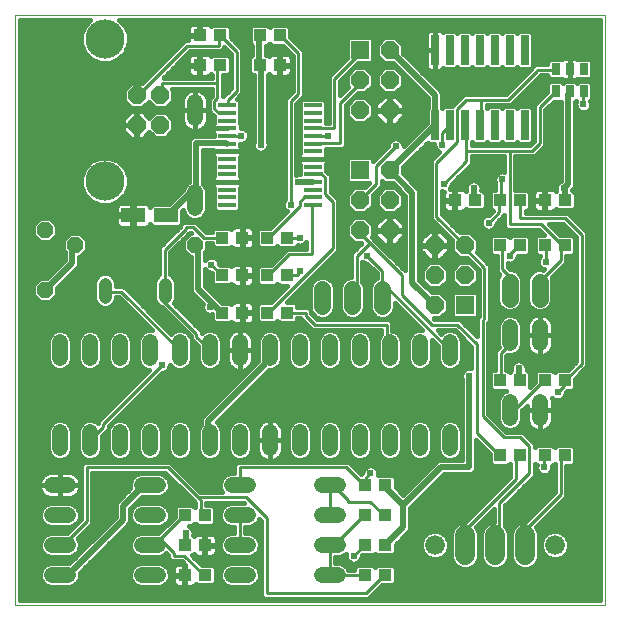
<source format=gtl>
G75*
G70*
%OFA0B0*%
%FSLAX24Y24*%
%IPPOS*%
%LPD*%
%AMOC8*
5,1,8,0,0,1.08239X$1,22.5*
%
%ADD10C,0.0000*%
%ADD11R,0.0591X0.0157*%
%ADD12OC8,0.0574*%
%ADD13C,0.1306*%
%ADD14OC8,0.0520*%
%ADD15R,0.0433X0.0394*%
%ADD16C,0.0520*%
%ADD17C,0.0440*%
%ADD18R,0.0394X0.0433*%
%ADD19R,0.0276X0.0394*%
%ADD20R,0.0600X0.0600*%
%ADD21OC8,0.0600*%
%ADD22C,0.0560*%
%ADD23R,0.0250X0.1000*%
%ADD24R,0.0787X0.0472*%
%ADD25C,0.0650*%
%ADD26C,0.0660*%
%ADD27C,0.0100*%
%ADD28C,0.0160*%
%ADD29C,0.0277*%
%ADD30C,0.0200*%
%ADD31C,0.0240*%
D10*
X001180Y001180D02*
X001180Y020865D01*
X020865Y020865D01*
X020865Y001180D01*
X001180Y001180D01*
D11*
X008253Y014517D03*
X008253Y014773D03*
X008253Y015028D03*
X008253Y015284D03*
X008253Y015540D03*
X008253Y015796D03*
X008253Y016052D03*
X008253Y016308D03*
X008253Y016564D03*
X008253Y016820D03*
X008253Y017076D03*
X008253Y017332D03*
X008253Y017587D03*
X008253Y017843D03*
X011107Y017843D03*
X011107Y017587D03*
X011107Y017332D03*
X011107Y017076D03*
X011107Y016820D03*
X011107Y016564D03*
X011107Y016308D03*
X011107Y016052D03*
X011107Y015796D03*
X011107Y015540D03*
X011107Y015284D03*
X011107Y015028D03*
X011107Y014773D03*
X011107Y014517D03*
D12*
X006034Y017188D03*
X005247Y017188D03*
X005247Y018172D03*
X006034Y018172D03*
D13*
X004180Y020050D03*
X004180Y015310D03*
D14*
X002180Y013680D03*
X003180Y013180D03*
X002180Y011680D03*
X007180Y013180D03*
D15*
X008095Y013430D03*
X008765Y013430D03*
X009595Y013430D03*
X010265Y013430D03*
X008765Y012180D03*
X008095Y012180D03*
X008095Y010930D03*
X008765Y010930D03*
X012845Y005180D03*
X013515Y005180D03*
X013515Y004180D03*
X012845Y004180D03*
X012845Y003180D03*
X013515Y003180D03*
X013515Y002180D03*
X012845Y002180D03*
X007515Y002180D03*
X006845Y002180D03*
X006845Y003180D03*
X007515Y003180D03*
X015845Y014680D03*
X016515Y014680D03*
X018845Y014680D03*
X019515Y014680D03*
X010015Y019180D03*
X009345Y019180D03*
X008015Y019180D03*
X007345Y019180D03*
X007345Y020180D03*
X008015Y020180D03*
D16*
X007180Y017940D02*
X007180Y017420D01*
X007180Y014940D02*
X007180Y014420D01*
X006680Y009940D02*
X006680Y009420D01*
X007680Y009420D02*
X007680Y009940D01*
X008680Y009940D02*
X008680Y009420D01*
X009680Y009420D02*
X009680Y009940D01*
X010680Y009940D02*
X010680Y009420D01*
X011680Y009420D02*
X011680Y009940D01*
X012680Y009940D02*
X012680Y009420D01*
X013680Y009420D02*
X013680Y009940D01*
X014680Y009940D02*
X014680Y009420D01*
X015680Y009420D02*
X015680Y009940D01*
X017680Y009920D02*
X017680Y010440D01*
X018680Y010440D02*
X018680Y009920D01*
X018680Y007940D02*
X018680Y007420D01*
X017680Y007420D02*
X017680Y007940D01*
X015680Y006940D02*
X015680Y006420D01*
X014680Y006420D02*
X014680Y006940D01*
X013680Y006940D02*
X013680Y006420D01*
X012680Y006420D02*
X012680Y006940D01*
X011680Y006940D02*
X011680Y006420D01*
X010680Y006420D02*
X010680Y006940D01*
X009680Y006940D02*
X009680Y006420D01*
X008680Y006420D02*
X008680Y006940D01*
X007680Y006940D02*
X007680Y006420D01*
X006680Y006420D02*
X006680Y006940D01*
X005680Y006940D02*
X005680Y006420D01*
X004680Y006420D02*
X004680Y006940D01*
X003680Y006940D02*
X003680Y006420D01*
X002680Y006420D02*
X002680Y006940D01*
X002420Y005180D02*
X002940Y005180D01*
X002940Y004180D02*
X002420Y004180D01*
X002420Y003180D02*
X002940Y003180D01*
X002940Y002180D02*
X002420Y002180D01*
X005420Y002180D02*
X005940Y002180D01*
X005940Y003180D02*
X005420Y003180D01*
X005420Y004180D02*
X005940Y004180D01*
X005940Y005180D02*
X005420Y005180D01*
X008420Y005180D02*
X008940Y005180D01*
X008940Y004180D02*
X008420Y004180D01*
X008420Y003180D02*
X008940Y003180D01*
X008940Y002180D02*
X008420Y002180D01*
X011420Y002180D02*
X011940Y002180D01*
X011940Y003180D02*
X011420Y003180D01*
X011420Y004180D02*
X011940Y004180D01*
X011940Y005180D02*
X011420Y005180D01*
X005680Y009420D02*
X005680Y009940D01*
X004680Y009940D02*
X004680Y009420D01*
X003680Y009420D02*
X003680Y009940D01*
X002680Y009940D02*
X002680Y009420D01*
D17*
X004180Y011460D02*
X004180Y011900D01*
X006180Y011900D02*
X006180Y011460D01*
D18*
X009595Y010930D03*
X010265Y010930D03*
X010265Y012180D03*
X009595Y012180D03*
X017345Y013180D03*
X018015Y013180D03*
X018845Y013180D03*
X019515Y013180D03*
X018015Y014680D03*
X017345Y014680D03*
X017345Y008680D03*
X018015Y008680D03*
X018845Y008680D03*
X019515Y008680D03*
X019515Y006180D03*
X018845Y006180D03*
X018015Y006180D03*
X017345Y006180D03*
X007515Y004180D03*
X006845Y004180D03*
X009345Y020180D03*
X010015Y020180D03*
D19*
X019208Y019054D03*
X019680Y019054D03*
X020152Y019054D03*
X020152Y018306D03*
X019680Y018306D03*
X019208Y018306D03*
D20*
X012680Y019680D03*
X012680Y015680D03*
X016180Y011180D03*
D21*
X016180Y012180D03*
X016180Y013180D03*
X015180Y013180D03*
X015180Y012180D03*
X015180Y011180D03*
X013680Y013680D03*
X013680Y014680D03*
X012680Y014680D03*
X012680Y013680D03*
X013680Y015680D03*
X013680Y017680D03*
X013680Y018680D03*
X012680Y018680D03*
X012680Y017680D03*
X013680Y019680D03*
D22*
X017680Y011960D02*
X017680Y011400D01*
X018680Y011400D02*
X018680Y011960D01*
X013430Y011710D02*
X013430Y011150D01*
X012430Y011150D02*
X012430Y011710D01*
X011430Y011710D02*
X011430Y011150D01*
D23*
X015180Y017180D03*
X015680Y017180D03*
X016180Y017180D03*
X016680Y017180D03*
X017180Y017180D03*
X017680Y017180D03*
X018180Y017180D03*
X018180Y019680D03*
X017680Y019680D03*
X017180Y019680D03*
X016680Y019680D03*
X016180Y019680D03*
X015680Y019680D03*
X015180Y019680D03*
D24*
X006231Y014180D03*
X005129Y014180D03*
D25*
X016180Y003505D02*
X016180Y002855D01*
X017180Y002855D02*
X017180Y003505D01*
X018180Y003505D02*
X018180Y002855D01*
D26*
X019180Y003180D03*
X015180Y003180D03*
D27*
X016180Y003180D02*
X016180Y003680D01*
X017880Y005380D01*
X017880Y006080D01*
X017980Y006180D01*
X018015Y006180D01*
X018330Y006480D02*
X018030Y006780D01*
X017480Y006780D01*
X016780Y007480D01*
X016780Y010680D01*
X016830Y010730D01*
X016830Y012430D01*
X016180Y013080D01*
X016180Y013180D01*
X015230Y014130D01*
X015230Y015930D01*
X015930Y016630D01*
X015930Y017730D01*
X016230Y018030D01*
X016730Y018030D01*
X016730Y017230D01*
X016680Y017180D01*
X016230Y017130D02*
X016180Y017180D01*
X016230Y017130D02*
X016230Y016330D01*
X016230Y015980D01*
X015480Y015230D01*
X015430Y016530D02*
X015430Y016930D01*
X015680Y017180D01*
X016230Y016330D02*
X017680Y016330D01*
X017680Y013880D01*
X018730Y013880D01*
X019430Y013180D01*
X019515Y013180D01*
X019480Y013180D01*
X019380Y013080D01*
X019380Y012680D01*
X018680Y011980D01*
X018680Y011680D01*
X018880Y012630D02*
X018880Y013180D01*
X018845Y013180D01*
X018015Y013180D02*
X017980Y013180D01*
X017680Y012880D01*
X017680Y012830D01*
X017430Y013130D02*
X017430Y012380D01*
X017680Y012130D01*
X017680Y011680D01*
X017430Y013130D02*
X017380Y013180D01*
X017345Y013180D01*
X016980Y013930D02*
X017330Y014280D01*
X017330Y014680D01*
X017345Y014680D01*
X017380Y014680D01*
X017380Y015330D01*
X017430Y015380D01*
X018015Y014680D02*
X018030Y014680D01*
X018030Y014080D01*
X019530Y014080D01*
X020080Y013530D01*
X020080Y009230D01*
X019530Y008680D01*
X019515Y008680D01*
X019480Y008680D01*
X019480Y008480D01*
X019280Y008280D01*
X018845Y008680D02*
X018830Y008680D01*
X017830Y007680D01*
X017680Y007680D01*
X017380Y008680D02*
X017345Y008680D01*
X017380Y008680D02*
X017380Y009580D01*
X017680Y009880D01*
X017680Y010180D01*
X016580Y009880D02*
X015930Y010530D01*
X015080Y010530D01*
X014080Y011530D01*
X014080Y012180D01*
X013005Y013255D01*
X012580Y012830D01*
X012580Y011580D01*
X012430Y011430D01*
X013430Y011430D02*
X013430Y011930D01*
X015680Y009680D01*
X016580Y009880D02*
X016580Y006930D01*
X017330Y006180D01*
X017345Y006180D01*
X018330Y006480D02*
X018330Y005580D01*
X017330Y004580D01*
X017330Y003330D01*
X017180Y003180D01*
X018180Y003180D02*
X018180Y003680D01*
X019380Y004880D01*
X019380Y006080D01*
X019480Y006180D01*
X019515Y006180D01*
X018845Y006180D02*
X018830Y006180D01*
X018830Y005780D01*
X013515Y004180D02*
X013480Y004180D01*
X013030Y004630D01*
X012280Y004630D01*
X012280Y004680D01*
X011780Y005180D01*
X011680Y005180D01*
X011680Y004180D01*
X011680Y003180D02*
X011680Y002180D01*
X012845Y002180D01*
X012880Y001580D02*
X009580Y001580D01*
X009580Y004080D01*
X008880Y004780D01*
X007330Y004780D01*
X007305Y004755D01*
X007380Y004680D01*
X007380Y004280D01*
X007480Y004180D01*
X007515Y004180D01*
X007305Y004755D02*
X006280Y005780D01*
X003580Y005780D01*
X003580Y003980D01*
X002780Y003180D01*
X002680Y003180D01*
X005680Y003180D02*
X006080Y003380D01*
X006080Y003330D01*
X006480Y002930D01*
X006480Y002830D01*
X006830Y002830D01*
X007480Y002180D01*
X007515Y002180D01*
X008680Y003180D02*
X008680Y004180D01*
X008680Y005180D02*
X008680Y005780D01*
X012230Y005780D01*
X012830Y005180D01*
X012845Y005180D01*
X012880Y005180D01*
X012880Y005430D01*
X013030Y005580D01*
X012845Y004180D02*
X012830Y004180D01*
X011830Y003180D01*
X011680Y003180D01*
X012480Y002830D02*
X012830Y003180D01*
X012845Y003180D01*
X013480Y002180D02*
X013515Y002180D01*
X013480Y002180D02*
X012880Y001580D01*
X006845Y004180D02*
X006830Y004180D01*
X005830Y003180D01*
X005680Y003180D01*
X003680Y006680D02*
X004130Y007130D01*
X004130Y007230D01*
X006080Y009180D01*
X006680Y009680D02*
X004730Y011630D01*
X004180Y011630D01*
X004180Y011680D01*
X006130Y011630D02*
X006130Y011330D01*
X007230Y010230D01*
X007230Y010130D01*
X007680Y009680D01*
X009595Y010930D02*
X009630Y010930D01*
X011780Y013080D01*
X011780Y014630D01*
X011530Y014880D01*
X011530Y015430D01*
X011380Y015580D01*
X011130Y015580D01*
X011107Y015540D01*
X011080Y014780D02*
X010830Y014780D01*
X010680Y014630D01*
X010680Y014480D01*
X009630Y013430D01*
X009595Y013430D01*
X010265Y013430D02*
X010680Y013430D01*
X010330Y012880D02*
X011080Y012880D01*
X011080Y014480D01*
X011107Y014517D01*
X011107Y014773D02*
X011080Y014780D01*
X010380Y014530D02*
X010380Y017980D01*
X010630Y018230D01*
X010630Y019580D01*
X010030Y020180D01*
X010015Y020180D01*
X008580Y019630D02*
X008580Y018330D01*
X008280Y018030D01*
X008280Y017880D01*
X008253Y017843D01*
X008253Y017587D02*
X008230Y017580D01*
X007980Y017580D01*
X007830Y017730D01*
X007830Y017980D01*
X007930Y018080D01*
X007930Y018580D01*
X006080Y018580D01*
X006080Y018180D01*
X006034Y018172D01*
X005280Y018180D02*
X005247Y018172D01*
X005280Y018180D02*
X006930Y019830D01*
X007980Y019830D01*
X007980Y020180D01*
X008015Y020180D01*
X008030Y020180D01*
X008580Y019630D01*
X008015Y019180D02*
X007980Y019180D01*
X007930Y019130D01*
X007930Y018580D01*
X008280Y016830D02*
X008253Y016820D01*
X008280Y016830D02*
X008730Y016830D01*
X011107Y016820D02*
X011130Y016830D01*
X011630Y016830D01*
X011830Y017080D02*
X011830Y018730D01*
X012680Y019580D01*
X012680Y019680D01*
X012680Y018680D02*
X012680Y018580D01*
X012030Y017930D01*
X012030Y016580D01*
X011130Y016580D01*
X011107Y016564D01*
X011107Y017076D02*
X011130Y017080D01*
X011830Y017080D01*
X013230Y015830D02*
X013880Y016480D01*
X013230Y015830D02*
X013230Y015230D01*
X012680Y014680D01*
X012680Y013680D02*
X012680Y013580D01*
X013005Y013255D01*
X012930Y012830D02*
X013430Y012330D01*
X013430Y011930D01*
X013580Y010530D02*
X013580Y010180D01*
X013680Y010080D01*
X013680Y009680D01*
X013580Y010530D02*
X011180Y010530D01*
X010880Y010830D01*
X010880Y010930D01*
X010265Y010930D01*
X010265Y012180D02*
X010630Y012180D01*
X010630Y012280D01*
X010680Y012330D01*
X010330Y012880D02*
X009630Y012180D01*
X009595Y012180D01*
X008095Y012180D02*
X008080Y012180D01*
X007730Y012530D01*
X007480Y013430D02*
X007130Y013780D01*
X006880Y013780D01*
X006880Y013730D01*
X006180Y013030D01*
X006180Y011680D01*
X006130Y011630D01*
X007480Y013430D02*
X008095Y013430D01*
X016730Y018030D02*
X017630Y018030D01*
X018580Y018980D01*
X018580Y019030D01*
X019180Y019030D01*
X019208Y019054D01*
X019208Y018306D02*
X019180Y018280D01*
X018680Y017780D01*
X018680Y016580D01*
X018430Y016330D01*
X017680Y016330D01*
X020130Y017880D02*
X020130Y018280D01*
X020152Y018306D01*
D28*
X020430Y018298D02*
X020685Y018298D01*
X020685Y018140D02*
X020430Y018140D01*
X020430Y018051D02*
X020430Y018561D01*
X020348Y018643D01*
X019957Y018643D01*
X019916Y018602D01*
X019876Y018643D01*
X019484Y018643D01*
X019444Y018602D01*
X019403Y018643D01*
X019012Y018643D01*
X018930Y018561D01*
X018930Y018298D01*
X018601Y017970D01*
X018490Y017859D01*
X018490Y016659D01*
X018351Y016520D01*
X016420Y016520D01*
X016420Y016597D01*
X016430Y016607D01*
X016497Y016540D01*
X016863Y016540D01*
X016930Y016607D01*
X016997Y016540D01*
X017363Y016540D01*
X017430Y016607D01*
X017497Y016540D01*
X017863Y016540D01*
X017930Y016607D01*
X017997Y016540D01*
X018363Y016540D01*
X018445Y016622D01*
X018445Y017738D01*
X018363Y017820D01*
X017997Y017820D01*
X017930Y017753D01*
X017863Y017820D01*
X017497Y017820D01*
X017430Y017753D01*
X017363Y017820D01*
X016997Y017820D01*
X016930Y017753D01*
X016920Y017763D01*
X016920Y017840D01*
X017709Y017840D01*
X017820Y017951D01*
X018709Y018840D01*
X018930Y018840D01*
X018930Y018799D01*
X019012Y018717D01*
X019403Y018717D01*
X019415Y018729D01*
X019432Y018713D01*
X019473Y018689D01*
X019519Y018677D01*
X019680Y018677D01*
X019680Y019054D01*
X019680Y018677D01*
X019841Y018677D01*
X019887Y018689D01*
X019928Y018713D01*
X019945Y018729D01*
X019957Y018717D01*
X020348Y018717D01*
X020430Y018799D01*
X020430Y019309D01*
X020348Y019391D01*
X019957Y019391D01*
X019945Y019379D01*
X019928Y019395D01*
X019887Y019419D01*
X019841Y019431D01*
X019680Y019431D01*
X019519Y019431D01*
X019473Y019419D01*
X019432Y019395D01*
X019415Y019379D01*
X019403Y019391D01*
X019012Y019391D01*
X018930Y019309D01*
X018930Y019220D01*
X018501Y019220D01*
X018445Y019164D01*
X018445Y020238D01*
X018363Y020320D01*
X017997Y020320D01*
X017930Y020253D01*
X017863Y020320D01*
X017497Y020320D01*
X017430Y020253D01*
X017363Y020320D01*
X016997Y020320D01*
X016930Y020253D01*
X016863Y020320D01*
X016497Y020320D01*
X016430Y020253D01*
X016363Y020320D01*
X015997Y020320D01*
X015930Y020253D01*
X015863Y020320D01*
X015497Y020320D01*
X015456Y020279D01*
X015449Y020291D01*
X015416Y020324D01*
X015374Y020348D01*
X015329Y020360D01*
X015180Y020360D01*
X015180Y019680D01*
X015180Y019680D01*
X015180Y019000D01*
X015329Y019000D01*
X015374Y019012D01*
X015416Y019036D01*
X015449Y019069D01*
X015456Y019081D01*
X015497Y019040D01*
X015863Y019040D01*
X015930Y019107D01*
X015997Y019040D01*
X016363Y019040D01*
X016430Y019107D01*
X016497Y019040D01*
X016863Y019040D01*
X016930Y019107D01*
X016997Y019040D01*
X017363Y019040D01*
X017430Y019107D01*
X017497Y019040D01*
X017863Y019040D01*
X017930Y019107D01*
X017997Y019040D01*
X018363Y019040D01*
X018390Y019067D01*
X018390Y019059D01*
X017551Y018220D01*
X016151Y018220D01*
X016040Y018109D01*
X015751Y017820D01*
X015497Y017820D01*
X015430Y017753D01*
X015420Y017763D01*
X015420Y018228D01*
X015383Y018316D01*
X015316Y018383D01*
X014120Y019579D01*
X014120Y019862D01*
X013862Y020120D01*
X013498Y020120D01*
X013240Y019862D01*
X013240Y019498D01*
X013498Y019240D01*
X013781Y019240D01*
X014940Y018081D01*
X014940Y017763D01*
X014915Y017738D01*
X014915Y017254D01*
X014140Y016479D01*
X014140Y016532D01*
X014100Y016627D01*
X014027Y016700D01*
X013932Y016740D01*
X013828Y016740D01*
X013733Y016700D01*
X013660Y016627D01*
X013620Y016532D01*
X013620Y016489D01*
X013120Y015989D01*
X013120Y016038D01*
X013038Y016120D01*
X012322Y016120D01*
X012240Y016038D01*
X012240Y015322D01*
X012322Y015240D01*
X012971Y015240D01*
X012851Y015120D01*
X012498Y015120D01*
X012240Y014862D01*
X012240Y014498D01*
X012498Y014240D01*
X012862Y014240D01*
X013120Y014498D01*
X013120Y014851D01*
X013309Y015040D01*
X013420Y015151D01*
X013420Y015318D01*
X013498Y015240D01*
X013781Y015240D01*
X014190Y014831D01*
X014190Y012339D01*
X013195Y013334D01*
X013084Y013445D01*
X013084Y013445D01*
X013075Y013453D01*
X013120Y013498D01*
X013120Y013862D01*
X012862Y014120D01*
X012498Y014120D01*
X012240Y013862D01*
X012240Y013498D01*
X012498Y013240D01*
X012721Y013240D01*
X012390Y012909D01*
X012390Y012130D01*
X012346Y012130D01*
X012192Y012066D01*
X012074Y011948D01*
X012010Y011794D01*
X012010Y011066D01*
X012074Y010912D01*
X012192Y010794D01*
X012346Y010730D01*
X012514Y010730D01*
X012668Y010794D01*
X012786Y010912D01*
X012850Y011066D01*
X012850Y011794D01*
X012786Y011948D01*
X012770Y011964D01*
X012770Y012622D01*
X012783Y012610D01*
X012878Y012570D01*
X012921Y012570D01*
X013240Y012251D01*
X013240Y012086D01*
X013192Y012066D01*
X013074Y011948D01*
X013010Y011794D01*
X013010Y011066D01*
X013074Y010912D01*
X013192Y010794D01*
X013346Y010730D01*
X013514Y010730D01*
X013668Y010794D01*
X013786Y010912D01*
X013850Y011066D01*
X013850Y011241D01*
X014751Y010340D01*
X014600Y010340D01*
X014453Y010279D01*
X014341Y010167D01*
X014280Y010020D01*
X014280Y009340D01*
X014341Y009193D01*
X014453Y009081D01*
X014600Y009020D01*
X014760Y009020D01*
X014907Y009081D01*
X015019Y009193D01*
X015080Y009340D01*
X015080Y010011D01*
X015280Y009811D01*
X015280Y009340D01*
X015341Y009193D01*
X015453Y009081D01*
X015600Y009020D01*
X015760Y009020D01*
X015907Y009081D01*
X016019Y009193D01*
X016080Y009340D01*
X016080Y010020D01*
X016019Y010167D01*
X015907Y010279D01*
X015760Y010340D01*
X015600Y010340D01*
X015453Y010279D01*
X015402Y010227D01*
X015289Y010340D01*
X015851Y010340D01*
X016390Y009801D01*
X016390Y009087D01*
X016382Y009090D01*
X016278Y009090D01*
X016183Y009050D01*
X016110Y008977D01*
X016070Y008882D01*
X016070Y008778D01*
X016090Y008730D01*
X016090Y006020D01*
X015332Y006020D01*
X015244Y005983D01*
X015177Y005916D01*
X014130Y004869D01*
X013871Y005128D01*
X013871Y005435D01*
X013789Y005517D01*
X013285Y005517D01*
X013290Y005528D01*
X013290Y005632D01*
X013250Y005727D01*
X013177Y005800D01*
X013082Y005840D01*
X012978Y005840D01*
X012883Y005800D01*
X012810Y005727D01*
X012770Y005632D01*
X012770Y005589D01*
X012730Y005549D01*
X012420Y005859D01*
X012309Y005970D01*
X008601Y005970D01*
X008490Y005859D01*
X008490Y005580D01*
X008340Y005580D01*
X008193Y005519D01*
X008081Y005407D01*
X008020Y005260D01*
X008020Y005100D01*
X008074Y004970D01*
X007359Y004970D01*
X006470Y005859D01*
X006359Y005970D01*
X003501Y005970D01*
X003390Y005859D01*
X003390Y004059D01*
X002911Y003580D01*
X002340Y003580D01*
X002193Y003519D01*
X002081Y003407D01*
X002020Y003260D01*
X002020Y003100D01*
X002081Y002953D01*
X002193Y002841D01*
X002340Y002780D01*
X003020Y002780D01*
X003167Y002841D01*
X003279Y002953D01*
X003340Y003100D01*
X003340Y003260D01*
X003279Y003407D01*
X003277Y003408D01*
X003770Y003901D01*
X003770Y005590D01*
X006201Y005590D01*
X007115Y004676D01*
X007190Y004601D01*
X007190Y004467D01*
X007180Y004457D01*
X007100Y004537D01*
X006591Y004537D01*
X006509Y004455D01*
X006509Y004127D01*
X005961Y003580D01*
X005340Y003580D01*
X005193Y003519D01*
X005081Y003407D01*
X005020Y003260D01*
X005020Y003100D01*
X005081Y002953D01*
X005193Y002841D01*
X005340Y002780D01*
X006020Y002780D01*
X006167Y002841D01*
X006233Y002908D01*
X006290Y002851D01*
X006290Y002751D01*
X006401Y002640D01*
X006751Y002640D01*
X006864Y002528D01*
X006864Y002198D01*
X006827Y002198D01*
X006827Y002162D01*
X006449Y002162D01*
X006449Y001959D01*
X006461Y001914D01*
X006485Y001873D01*
X006518Y001839D01*
X006559Y001815D01*
X006605Y001803D01*
X006827Y001803D01*
X006827Y002162D01*
X006864Y002162D01*
X006864Y001803D01*
X007086Y001803D01*
X007131Y001815D01*
X007172Y001839D01*
X007206Y001873D01*
X007208Y001876D01*
X007240Y001843D01*
X007789Y001843D01*
X007871Y001925D01*
X007871Y002435D01*
X007789Y002517D01*
X007412Y002517D01*
X007086Y002843D01*
X007120Y002843D01*
X007152Y002876D01*
X007154Y002873D01*
X007188Y002839D01*
X007229Y002815D01*
X007274Y002803D01*
X007496Y002803D01*
X007496Y003162D01*
X007533Y003162D01*
X007533Y003198D01*
X007911Y003198D01*
X007911Y003401D01*
X007899Y003446D01*
X007875Y003487D01*
X007842Y003521D01*
X007801Y003545D01*
X007755Y003557D01*
X007533Y003557D01*
X007533Y003198D01*
X007496Y003198D01*
X007496Y003557D01*
X007274Y003557D01*
X007229Y003545D01*
X007188Y003521D01*
X007154Y003487D01*
X007152Y003484D01*
X007131Y003506D01*
X007140Y003528D01*
X007140Y003632D01*
X007100Y003727D01*
X007027Y003800D01*
X006972Y003823D01*
X007100Y003823D01*
X007180Y003903D01*
X007260Y003823D01*
X007769Y003823D01*
X007851Y003905D01*
X007851Y004455D01*
X007769Y004537D01*
X007570Y004537D01*
X007570Y004590D01*
X008801Y004590D01*
X008811Y004580D01*
X008340Y004580D01*
X008193Y004519D01*
X008081Y004407D01*
X008020Y004260D01*
X008020Y004100D01*
X008081Y003953D01*
X008193Y003841D01*
X008340Y003780D01*
X008490Y003780D01*
X008490Y003580D01*
X008340Y003580D01*
X008193Y003519D01*
X008081Y003407D01*
X008020Y003260D01*
X008020Y003100D01*
X008081Y002953D01*
X008193Y002841D01*
X008340Y002780D01*
X009020Y002780D01*
X009167Y002841D01*
X009279Y002953D01*
X009340Y003100D01*
X009340Y003260D01*
X009279Y003407D01*
X009167Y003519D01*
X009020Y003580D01*
X008870Y003580D01*
X008870Y003780D01*
X009020Y003780D01*
X009167Y003841D01*
X009279Y003953D01*
X009326Y004066D01*
X009390Y004001D01*
X009390Y001501D01*
X009501Y001390D01*
X012959Y001390D01*
X013070Y001501D01*
X013412Y001843D01*
X013789Y001843D01*
X013871Y001925D01*
X013871Y002435D01*
X013789Y002517D01*
X013240Y002517D01*
X013180Y002457D01*
X013120Y002517D01*
X012571Y002517D01*
X012489Y002435D01*
X012489Y002370D01*
X012294Y002370D01*
X012279Y002407D01*
X012167Y002519D01*
X012020Y002580D01*
X011870Y002580D01*
X011870Y002780D01*
X012020Y002780D01*
X012167Y002841D01*
X012229Y002903D01*
X012220Y002882D01*
X012220Y002778D01*
X012260Y002683D01*
X012333Y002610D01*
X012428Y002570D01*
X012532Y002570D01*
X012627Y002610D01*
X012700Y002683D01*
X012740Y002778D01*
X012740Y002821D01*
X012762Y002843D01*
X013120Y002843D01*
X013180Y002903D01*
X013240Y002843D01*
X013789Y002843D01*
X013871Y002925D01*
X013871Y003182D01*
X014266Y003577D01*
X014333Y003644D01*
X014370Y003732D01*
X014370Y004431D01*
X015479Y005540D01*
X016378Y005540D01*
X016466Y005577D01*
X016533Y005644D01*
X016570Y005732D01*
X016570Y006671D01*
X017009Y006233D01*
X017009Y005905D01*
X017091Y005823D01*
X017600Y005823D01*
X017680Y005903D01*
X017690Y005893D01*
X017690Y005459D01*
X016201Y003970D01*
X016088Y003970D01*
X015917Y003899D01*
X015786Y003768D01*
X015715Y003597D01*
X015715Y002763D01*
X015786Y002592D01*
X015917Y002461D01*
X016088Y002390D01*
X016272Y002390D01*
X016443Y002461D01*
X016574Y002592D01*
X016645Y002763D01*
X016645Y003597D01*
X016574Y003768D01*
X016555Y003787D01*
X017140Y004371D01*
X017140Y003970D01*
X017088Y003970D01*
X016917Y003899D01*
X016786Y003768D01*
X016715Y003597D01*
X016715Y002763D01*
X016786Y002592D01*
X016917Y002461D01*
X017088Y002390D01*
X017272Y002390D01*
X017443Y002461D01*
X017574Y002592D01*
X017645Y002763D01*
X017645Y003597D01*
X017574Y003768D01*
X017520Y003822D01*
X017520Y004501D01*
X018409Y005390D01*
X018520Y005501D01*
X018520Y005894D01*
X018574Y005840D01*
X018570Y005832D01*
X018570Y005728D01*
X018610Y005633D01*
X018683Y005560D01*
X018778Y005520D01*
X018882Y005520D01*
X018977Y005560D01*
X019050Y005633D01*
X019090Y005728D01*
X019090Y005823D01*
X019100Y005823D01*
X019180Y005903D01*
X019190Y005893D01*
X019190Y004959D01*
X018201Y003970D01*
X018088Y003970D01*
X017917Y003899D01*
X017786Y003768D01*
X017715Y003597D01*
X017715Y002763D01*
X017786Y002592D01*
X017917Y002461D01*
X018088Y002390D01*
X018272Y002390D01*
X018443Y002461D01*
X018574Y002592D01*
X018645Y002763D01*
X018645Y003597D01*
X018574Y003768D01*
X018555Y003787D01*
X019570Y004801D01*
X019570Y005823D01*
X019769Y005823D01*
X019851Y005905D01*
X019851Y006455D01*
X019769Y006537D01*
X019260Y006537D01*
X019180Y006457D01*
X019100Y006537D01*
X018591Y006537D01*
X018520Y006466D01*
X018520Y006559D01*
X018220Y006859D01*
X018109Y006970D01*
X017559Y006970D01*
X016970Y007559D01*
X016970Y010601D01*
X017020Y010651D01*
X017020Y012509D01*
X016909Y012620D01*
X016909Y012620D01*
X016575Y012953D01*
X016620Y012998D01*
X016620Y013362D01*
X016362Y013620D01*
X016009Y013620D01*
X015420Y014209D01*
X015420Y014973D01*
X015428Y014970D01*
X015475Y014970D01*
X015461Y014946D01*
X015449Y014901D01*
X015449Y014698D01*
X015827Y014698D01*
X015827Y014662D01*
X015449Y014662D01*
X015449Y014459D01*
X015461Y014414D01*
X015485Y014373D01*
X015518Y014339D01*
X015559Y014315D01*
X015605Y014303D01*
X015827Y014303D01*
X015827Y014662D01*
X015864Y014662D01*
X015864Y014303D01*
X016086Y014303D01*
X016131Y014315D01*
X016172Y014339D01*
X016206Y014373D01*
X016208Y014376D01*
X016240Y014343D01*
X016789Y014343D01*
X016871Y014425D01*
X016871Y014935D01*
X016789Y015017D01*
X016735Y015017D01*
X016740Y015028D01*
X016740Y015132D01*
X016700Y015227D01*
X016627Y015300D01*
X016532Y015340D01*
X016428Y015340D01*
X016333Y015300D01*
X016260Y015227D01*
X016220Y015132D01*
X016220Y015028D01*
X016229Y015006D01*
X016208Y014984D01*
X016206Y014987D01*
X016172Y015021D01*
X016131Y015045D01*
X016086Y015057D01*
X015864Y015057D01*
X015864Y014698D01*
X015827Y014698D01*
X015827Y015057D01*
X015675Y015057D01*
X015700Y015083D01*
X015740Y015178D01*
X015740Y015221D01*
X016309Y015790D01*
X016420Y015901D01*
X016420Y016140D01*
X017490Y016140D01*
X017490Y015637D01*
X017482Y015640D01*
X017378Y015640D01*
X017283Y015600D01*
X017210Y015527D01*
X017170Y015432D01*
X017170Y015328D01*
X017190Y015280D01*
X017190Y015037D01*
X017091Y015037D01*
X017009Y014955D01*
X017009Y014405D01*
X017091Y014323D01*
X017105Y014323D01*
X016971Y014190D01*
X016928Y014190D01*
X016833Y014150D01*
X016760Y014077D01*
X016720Y013982D01*
X016720Y013878D01*
X016760Y013783D01*
X016833Y013710D01*
X016928Y013670D01*
X017032Y013670D01*
X017127Y013710D01*
X017200Y013783D01*
X017240Y013878D01*
X017240Y013921D01*
X017409Y014090D01*
X017490Y014171D01*
X017490Y013801D01*
X017601Y013690D01*
X018651Y013690D01*
X018805Y013537D01*
X018591Y013537D01*
X018509Y013455D01*
X018509Y012905D01*
X018591Y012823D01*
X018690Y012823D01*
X018690Y012808D01*
X018660Y012777D01*
X018620Y012682D01*
X018620Y012578D01*
X018660Y012483D01*
X018733Y012410D01*
X018809Y012378D01*
X018797Y012366D01*
X018764Y012380D01*
X018596Y012380D01*
X018442Y012316D01*
X018324Y012198D01*
X018260Y012044D01*
X018260Y011316D01*
X018324Y011162D01*
X018442Y011044D01*
X018596Y010980D01*
X018764Y010980D01*
X018918Y011044D01*
X019036Y011162D01*
X019100Y011316D01*
X019100Y012044D01*
X019074Y012106D01*
X019570Y012601D01*
X019570Y012823D01*
X019769Y012823D01*
X019851Y012905D01*
X019851Y013455D01*
X019769Y013537D01*
X019342Y013537D01*
X018989Y013890D01*
X019451Y013890D01*
X019890Y013451D01*
X019890Y009309D01*
X019618Y009037D01*
X019260Y009037D01*
X019180Y008957D01*
X019100Y009037D01*
X018591Y009037D01*
X018509Y008955D01*
X018509Y008627D01*
X018351Y008470D01*
X018351Y008955D01*
X018269Y009037D01*
X018240Y009037D01*
X018240Y009132D01*
X018200Y009227D01*
X018127Y009300D01*
X018032Y009340D01*
X017928Y009340D01*
X017833Y009300D01*
X017760Y009227D01*
X017720Y009132D01*
X017720Y009028D01*
X017729Y009006D01*
X017680Y008957D01*
X017600Y009037D01*
X017570Y009037D01*
X017570Y009501D01*
X017592Y009523D01*
X017600Y009520D01*
X017760Y009520D01*
X017907Y009581D01*
X018019Y009693D01*
X018080Y009840D01*
X018080Y010520D01*
X018019Y010667D01*
X017907Y010779D01*
X017760Y010840D01*
X017600Y010840D01*
X017453Y010779D01*
X017341Y010667D01*
X017280Y010520D01*
X017280Y009840D01*
X017307Y009776D01*
X017190Y009659D01*
X017190Y009037D01*
X017091Y009037D01*
X017009Y008955D01*
X017009Y008405D01*
X017091Y008323D01*
X017561Y008323D01*
X017453Y008279D01*
X017341Y008167D01*
X017280Y008020D01*
X017280Y007340D01*
X017341Y007193D01*
X017453Y007081D01*
X017600Y007020D01*
X017760Y007020D01*
X017907Y007081D01*
X018019Y007193D01*
X018080Y007340D01*
X018080Y007661D01*
X018240Y007821D01*
X018240Y007680D01*
X018680Y007680D01*
X019120Y007680D01*
X019120Y007975D01*
X019109Y008043D01*
X019090Y008102D01*
X019133Y008060D01*
X019228Y008020D01*
X019332Y008020D01*
X019427Y008060D01*
X019500Y008133D01*
X019540Y008228D01*
X019540Y008271D01*
X019559Y008290D01*
X019592Y008323D01*
X019769Y008323D01*
X019851Y008405D01*
X019851Y008733D01*
X020159Y009040D01*
X020270Y009151D01*
X020270Y013609D01*
X019720Y014159D01*
X019609Y014270D01*
X018220Y014270D01*
X018220Y014323D01*
X018269Y014323D01*
X018351Y014405D01*
X018351Y014955D01*
X018269Y015037D01*
X017870Y015037D01*
X017870Y016140D01*
X018509Y016140D01*
X018620Y016251D01*
X018870Y016501D01*
X018870Y017701D01*
X019138Y017969D01*
X019390Y017969D01*
X019390Y015329D01*
X019381Y015320D01*
X019333Y015300D01*
X019260Y015227D01*
X019220Y015132D01*
X019220Y015028D01*
X019229Y015006D01*
X019208Y014984D01*
X019206Y014987D01*
X019172Y015021D01*
X019131Y015045D01*
X019086Y015057D01*
X018864Y015057D01*
X018864Y014698D01*
X018827Y014698D01*
X018827Y014662D01*
X018449Y014662D01*
X018449Y014459D01*
X018461Y014414D01*
X018485Y014373D01*
X018518Y014339D01*
X018559Y014315D01*
X018605Y014303D01*
X018827Y014303D01*
X018827Y014662D01*
X018864Y014662D01*
X018864Y014303D01*
X019086Y014303D01*
X019131Y014315D01*
X019172Y014339D01*
X019206Y014373D01*
X019208Y014376D01*
X019240Y014343D01*
X019789Y014343D01*
X019871Y014425D01*
X019871Y014935D01*
X019789Y015017D01*
X019770Y015017D01*
X019770Y015031D01*
X019833Y015094D01*
X019870Y015182D01*
X019870Y017969D01*
X019876Y017969D01*
X019892Y017986D01*
X019870Y017932D01*
X019870Y017828D01*
X019910Y017733D01*
X019983Y017660D01*
X020078Y017620D01*
X020182Y017620D01*
X020277Y017660D01*
X020350Y017733D01*
X020390Y017828D01*
X020390Y017932D01*
X020367Y017988D01*
X020430Y018051D01*
X020370Y017981D02*
X020685Y017981D01*
X020685Y017823D02*
X020388Y017823D01*
X020282Y017664D02*
X020685Y017664D01*
X020685Y017506D02*
X019870Y017506D01*
X019870Y017664D02*
X019978Y017664D01*
X019872Y017823D02*
X019870Y017823D01*
X019888Y017981D02*
X019890Y017981D01*
X020430Y018457D02*
X020685Y018457D01*
X020685Y018615D02*
X020376Y018615D01*
X020405Y018774D02*
X020685Y018774D01*
X020685Y018932D02*
X020430Y018932D01*
X020430Y019091D02*
X020685Y019091D01*
X020685Y019249D02*
X020430Y019249D01*
X020685Y019408D02*
X019906Y019408D01*
X019680Y019408D02*
X019680Y019408D01*
X019680Y019431D02*
X019680Y019054D01*
X019680Y019054D01*
X019680Y019054D01*
X019680Y019431D01*
X019680Y019249D02*
X019680Y019249D01*
X019680Y019091D02*
X019680Y019091D01*
X019680Y018932D02*
X019680Y018932D01*
X019680Y018774D02*
X019680Y018774D01*
X019456Y018615D02*
X019431Y018615D01*
X018984Y018615D02*
X018484Y018615D01*
X018642Y018774D02*
X018955Y018774D01*
X018930Y018457D02*
X018325Y018457D01*
X018167Y018298D02*
X018929Y018298D01*
X018771Y018140D02*
X018008Y018140D01*
X017850Y017981D02*
X018612Y017981D01*
X018490Y017823D02*
X016920Y017823D01*
X017629Y018298D02*
X015391Y018298D01*
X015420Y018140D02*
X016071Y018140D01*
X015912Y017981D02*
X015420Y017981D01*
X015420Y017823D02*
X015754Y017823D01*
X015243Y018457D02*
X017788Y018457D01*
X017946Y018615D02*
X015084Y018615D01*
X014926Y018774D02*
X018105Y018774D01*
X018263Y018932D02*
X014767Y018932D01*
X014911Y019069D02*
X014944Y019036D01*
X014986Y019012D01*
X015031Y019000D01*
X015180Y019000D01*
X015180Y019680D01*
X015180Y019680D01*
X015180Y019680D01*
X014875Y019680D01*
X014875Y020204D01*
X014887Y020249D01*
X014911Y020291D01*
X014944Y020324D01*
X014986Y020348D01*
X015031Y020360D01*
X015180Y020360D01*
X015180Y019680D01*
X014875Y019680D01*
X014875Y019156D01*
X014887Y019111D01*
X014911Y019069D01*
X014899Y019091D02*
X014609Y019091D01*
X014450Y019249D02*
X014875Y019249D01*
X014875Y019408D02*
X014292Y019408D01*
X014133Y019566D02*
X014875Y019566D01*
X014875Y019725D02*
X014120Y019725D01*
X014099Y019883D02*
X014875Y019883D01*
X014875Y020042D02*
X013941Y020042D01*
X013419Y020042D02*
X013116Y020042D01*
X013120Y020038D02*
X013038Y020120D01*
X012322Y020120D01*
X012240Y020038D01*
X012240Y019409D01*
X011640Y018809D01*
X011640Y017270D01*
X011542Y017270D01*
X011542Y017980D01*
X011460Y018062D01*
X010754Y018062D01*
X010672Y017980D01*
X010672Y016245D01*
X010668Y016241D01*
X010644Y016200D01*
X010632Y016154D01*
X010632Y016052D01*
X010632Y015950D01*
X010644Y015904D01*
X010668Y015863D01*
X010672Y015859D01*
X010672Y015540D01*
X010578Y015540D01*
X010570Y015537D01*
X010570Y017901D01*
X010820Y018151D01*
X010820Y019659D01*
X010709Y019770D01*
X010351Y020127D01*
X010351Y020455D01*
X010269Y020537D01*
X009760Y020537D01*
X009680Y020457D01*
X009600Y020537D01*
X009091Y020537D01*
X009009Y020455D01*
X009009Y019905D01*
X009090Y019824D01*
X009090Y019517D01*
X009071Y019517D01*
X008989Y019435D01*
X008989Y018925D01*
X009071Y018843D01*
X009140Y018843D01*
X009140Y016630D01*
X009120Y016582D01*
X009120Y016478D01*
X009160Y016383D01*
X009233Y016310D01*
X009328Y016270D01*
X009432Y016270D01*
X009527Y016310D01*
X009600Y016383D01*
X009640Y016478D01*
X009640Y016582D01*
X009620Y016630D01*
X009620Y018843D01*
X009652Y018876D01*
X009654Y018873D01*
X009688Y018839D01*
X009729Y018815D01*
X009774Y018803D01*
X009996Y018803D01*
X009996Y019162D01*
X010033Y019162D01*
X010033Y019198D01*
X010411Y019198D01*
X010411Y019401D01*
X010399Y019446D01*
X010375Y019487D01*
X010342Y019521D01*
X010301Y019545D01*
X010255Y019557D01*
X010033Y019557D01*
X010033Y019198D01*
X009996Y019198D01*
X009996Y019557D01*
X009774Y019557D01*
X009729Y019545D01*
X009688Y019521D01*
X009654Y019487D01*
X009652Y019484D01*
X009620Y019517D01*
X009570Y019517D01*
X009570Y019823D01*
X009600Y019823D01*
X009680Y019903D01*
X009760Y019823D01*
X010118Y019823D01*
X010440Y019501D01*
X010440Y018309D01*
X010301Y018170D01*
X010190Y018059D01*
X010190Y014708D01*
X010160Y014677D01*
X010120Y014582D01*
X010120Y014478D01*
X010160Y014383D01*
X010233Y014310D01*
X010238Y014307D01*
X009698Y013767D01*
X009321Y013767D01*
X009239Y013685D01*
X009239Y013175D01*
X009321Y013093D01*
X009870Y013093D01*
X009930Y013153D01*
X009990Y013093D01*
X010539Y013093D01*
X010620Y013174D01*
X010628Y013170D01*
X010732Y013170D01*
X010827Y013210D01*
X010890Y013272D01*
X010890Y013070D01*
X010251Y013070D01*
X010140Y012959D01*
X009718Y012537D01*
X009341Y012537D01*
X009259Y012455D01*
X009259Y011905D01*
X009341Y011823D01*
X009850Y011823D01*
X009930Y011903D01*
X010010Y011823D01*
X010255Y011823D01*
X009718Y011287D01*
X009341Y011287D01*
X009259Y011205D01*
X009259Y010655D01*
X009341Y010573D01*
X009850Y010573D01*
X009930Y010653D01*
X010010Y010573D01*
X010519Y010573D01*
X010601Y010655D01*
X010601Y010740D01*
X010701Y010740D01*
X010990Y010451D01*
X011101Y010340D01*
X013390Y010340D01*
X013390Y010216D01*
X013341Y010167D01*
X013280Y010020D01*
X013280Y009340D01*
X013341Y009193D01*
X013453Y009081D01*
X013600Y009020D01*
X013760Y009020D01*
X013907Y009081D01*
X014019Y009193D01*
X014080Y009340D01*
X014080Y010020D01*
X014019Y010167D01*
X013907Y010279D01*
X013770Y010336D01*
X013770Y010609D01*
X013659Y010720D01*
X011259Y010720D01*
X011070Y010909D01*
X011070Y010922D01*
X011074Y010912D01*
X011192Y010794D01*
X011346Y010730D01*
X011514Y010730D01*
X011668Y010794D01*
X011786Y010912D01*
X011850Y011066D01*
X011850Y011794D01*
X011786Y011948D01*
X011668Y012066D01*
X011514Y012130D01*
X011346Y012130D01*
X011192Y012066D01*
X011074Y011948D01*
X011010Y011794D01*
X011010Y011069D01*
X010959Y011120D01*
X010601Y011120D01*
X010601Y011205D01*
X010519Y011287D01*
X010255Y011287D01*
X011859Y012890D01*
X011970Y013001D01*
X011970Y014709D01*
X011720Y014959D01*
X011720Y015509D01*
X011570Y015659D01*
X011542Y015686D01*
X011542Y015859D01*
X011546Y015863D01*
X011570Y015904D01*
X011582Y015950D01*
X011582Y016052D01*
X011107Y016052D01*
X010632Y016052D01*
X011107Y016052D01*
X011107Y016052D01*
X011107Y016052D01*
X011582Y016052D01*
X011582Y016154D01*
X011570Y016200D01*
X011546Y016241D01*
X011542Y016245D01*
X011542Y016390D01*
X012109Y016390D01*
X012220Y016501D01*
X012220Y017851D01*
X012609Y018240D01*
X012862Y018240D01*
X013120Y018498D01*
X013120Y018862D01*
X012862Y019120D01*
X012498Y019120D01*
X012240Y018862D01*
X012240Y018498D01*
X012285Y018453D01*
X012020Y018189D01*
X012020Y018651D01*
X012609Y019240D01*
X013038Y019240D01*
X013120Y019322D01*
X013120Y020038D01*
X013120Y019883D02*
X013261Y019883D01*
X013240Y019725D02*
X013120Y019725D01*
X013120Y019566D02*
X013240Y019566D01*
X013330Y019408D02*
X013120Y019408D01*
X013047Y019249D02*
X013489Y019249D01*
X013498Y019120D02*
X013240Y018862D01*
X013240Y018498D01*
X013498Y018240D01*
X013862Y018240D01*
X014120Y018498D01*
X014120Y018862D01*
X013862Y019120D01*
X013498Y019120D01*
X013468Y019091D02*
X012892Y019091D01*
X013050Y018932D02*
X013310Y018932D01*
X013240Y018774D02*
X013120Y018774D01*
X013120Y018615D02*
X013240Y018615D01*
X013281Y018457D02*
X013079Y018457D01*
X012920Y018298D02*
X013440Y018298D01*
X013481Y018160D02*
X013200Y017879D01*
X013200Y017700D01*
X013660Y017700D01*
X013660Y018160D01*
X013481Y018160D01*
X013461Y018140D02*
X012508Y018140D01*
X012498Y018120D02*
X012240Y017862D01*
X012240Y017498D01*
X012498Y017240D01*
X012862Y017240D01*
X013120Y017498D01*
X013120Y017862D01*
X012862Y018120D01*
X012498Y018120D01*
X012359Y017981D02*
X012350Y017981D01*
X012240Y017823D02*
X012220Y017823D01*
X012220Y017664D02*
X012240Y017664D01*
X012240Y017506D02*
X012220Y017506D01*
X012220Y017347D02*
X012391Y017347D01*
X012220Y017189D02*
X014849Y017189D01*
X014915Y017347D02*
X014026Y017347D01*
X014160Y017481D02*
X013879Y017200D01*
X013700Y017200D01*
X013700Y017660D01*
X013700Y017700D01*
X013660Y017700D01*
X013660Y017660D01*
X013200Y017660D01*
X013200Y017481D01*
X013481Y017200D01*
X013660Y017200D01*
X013660Y017660D01*
X013700Y017660D01*
X014160Y017660D01*
X014160Y017481D01*
X014160Y017506D02*
X014915Y017506D01*
X014915Y017664D02*
X013700Y017664D01*
X013700Y017700D02*
X014160Y017700D01*
X014160Y017879D01*
X013879Y018160D01*
X013700Y018160D01*
X013700Y017700D01*
X013660Y017664D02*
X013120Y017664D01*
X013120Y017506D02*
X013200Y017506D01*
X013334Y017347D02*
X012969Y017347D01*
X013120Y017823D02*
X013200Y017823D01*
X013302Y017981D02*
X013001Y017981D01*
X013660Y017981D02*
X013700Y017981D01*
X013700Y017823D02*
X013660Y017823D01*
X013660Y017506D02*
X013700Y017506D01*
X013700Y017347D02*
X013660Y017347D01*
X014160Y017823D02*
X014940Y017823D01*
X014940Y017981D02*
X014058Y017981D01*
X013899Y018140D02*
X014881Y018140D01*
X014723Y018298D02*
X013920Y018298D01*
X014079Y018457D02*
X014564Y018457D01*
X014406Y018615D02*
X014120Y018615D01*
X014120Y018774D02*
X014247Y018774D01*
X014089Y018932D02*
X014050Y018932D01*
X013930Y019091D02*
X013892Y019091D01*
X013700Y018140D02*
X013660Y018140D01*
X014691Y017030D02*
X012220Y017030D01*
X012220Y016872D02*
X014532Y016872D01*
X014374Y016713D02*
X013997Y016713D01*
X014131Y016555D02*
X014215Y016555D01*
X013763Y016713D02*
X012220Y016713D01*
X012220Y016555D02*
X013629Y016555D01*
X013527Y016396D02*
X012115Y016396D01*
X012281Y016079D02*
X011582Y016079D01*
X011575Y015921D02*
X012240Y015921D01*
X012240Y015762D02*
X011542Y015762D01*
X011625Y015604D02*
X012240Y015604D01*
X012240Y015445D02*
X011720Y015445D01*
X011720Y015287D02*
X012275Y015287D01*
X012347Y014970D02*
X011720Y014970D01*
X011720Y015128D02*
X012859Y015128D01*
X013120Y014811D02*
X013240Y014811D01*
X013240Y014862D02*
X013240Y014498D01*
X013498Y014240D01*
X013862Y014240D01*
X014120Y014498D01*
X014120Y014862D01*
X013862Y015120D01*
X013498Y015120D01*
X013240Y014862D01*
X013238Y014970D02*
X013347Y014970D01*
X013397Y015128D02*
X013893Y015128D01*
X014013Y014970D02*
X014051Y014970D01*
X014120Y014811D02*
X014190Y014811D01*
X014190Y014653D02*
X014120Y014653D01*
X014116Y014494D02*
X014190Y014494D01*
X014190Y014336D02*
X013958Y014336D01*
X013879Y014160D02*
X013700Y014160D01*
X013700Y013700D01*
X013660Y013700D01*
X013660Y014160D01*
X013481Y014160D01*
X013200Y013879D01*
X013200Y013700D01*
X013660Y013700D01*
X013660Y013660D01*
X013200Y013660D01*
X013200Y013481D01*
X013481Y013200D01*
X013660Y013200D01*
X013660Y013660D01*
X013700Y013660D01*
X013700Y013700D01*
X014160Y013700D01*
X014160Y013879D01*
X013879Y014160D01*
X014020Y014019D02*
X014190Y014019D01*
X014190Y014177D02*
X011970Y014177D01*
X011970Y014019D02*
X012396Y014019D01*
X012240Y013860D02*
X011970Y013860D01*
X011970Y013702D02*
X012240Y013702D01*
X012240Y013543D02*
X011970Y013543D01*
X011970Y013385D02*
X012353Y013385D01*
X012549Y013068D02*
X011970Y013068D01*
X011970Y013226D02*
X012707Y013226D01*
X012390Y012909D02*
X011878Y012909D01*
X011719Y012751D02*
X012390Y012751D01*
X012390Y012592D02*
X011561Y012592D01*
X011402Y012434D02*
X012390Y012434D01*
X012390Y012275D02*
X011244Y012275D01*
X011314Y012117D02*
X011085Y012117D01*
X011084Y011958D02*
X010927Y011958D01*
X011012Y011800D02*
X010768Y011800D01*
X010610Y011641D02*
X011010Y011641D01*
X011010Y011483D02*
X010451Y011483D01*
X010293Y011324D02*
X011010Y011324D01*
X011010Y011166D02*
X010601Y011166D01*
X010601Y010690D02*
X010751Y010690D01*
X010910Y010532D02*
X007197Y010532D01*
X007039Y010690D02*
X007739Y010690D01*
X007739Y010675D02*
X007821Y010593D01*
X008370Y010593D01*
X008402Y010626D01*
X008404Y010623D01*
X008438Y010589D01*
X008479Y010565D01*
X008524Y010553D01*
X008746Y010553D01*
X008746Y010912D01*
X008783Y010912D01*
X008783Y010948D01*
X009161Y010948D01*
X009161Y011151D01*
X009149Y011196D01*
X009125Y011237D01*
X009092Y011271D01*
X009051Y011295D01*
X009005Y011307D01*
X008783Y011307D01*
X008783Y010948D01*
X008746Y010948D01*
X008746Y011307D01*
X008524Y011307D01*
X008479Y011295D01*
X008438Y011271D01*
X008404Y011237D01*
X008402Y011234D01*
X008370Y011267D01*
X008083Y011267D01*
X007916Y011433D01*
X007520Y011829D01*
X007520Y012372D01*
X007583Y012310D01*
X007678Y012270D01*
X007721Y012270D01*
X007739Y012252D01*
X007739Y011925D01*
X007821Y011843D01*
X008370Y011843D01*
X008402Y011876D01*
X008404Y011873D01*
X008438Y011839D01*
X008479Y011815D01*
X008524Y011803D01*
X008746Y011803D01*
X008746Y012162D01*
X008783Y012162D01*
X008783Y012198D01*
X009161Y012198D01*
X009161Y012401D01*
X009149Y012446D01*
X009125Y012487D01*
X009092Y012521D01*
X009051Y012545D01*
X009005Y012557D01*
X008783Y012557D01*
X008783Y012198D01*
X008746Y012198D01*
X008746Y012557D01*
X008524Y012557D01*
X008479Y012545D01*
X008438Y012521D01*
X008404Y012487D01*
X008402Y012484D01*
X008370Y012517D01*
X008012Y012517D01*
X007990Y012539D01*
X007990Y012582D01*
X007950Y012677D01*
X007877Y012750D01*
X007782Y012790D01*
X007678Y012790D01*
X007583Y012750D01*
X007520Y012688D01*
X007520Y012954D01*
X007580Y013014D01*
X007580Y013240D01*
X007739Y013240D01*
X007739Y013175D01*
X007821Y013093D01*
X008370Y013093D01*
X008402Y013126D01*
X008404Y013123D01*
X008438Y013089D01*
X008479Y013065D01*
X008524Y013053D01*
X008746Y013053D01*
X008746Y013412D01*
X008783Y013412D01*
X008783Y013448D01*
X009161Y013448D01*
X009161Y013651D01*
X009149Y013696D01*
X009125Y013737D01*
X009092Y013771D01*
X009051Y013795D01*
X009005Y013807D01*
X008783Y013807D01*
X008783Y013448D01*
X008746Y013448D01*
X008746Y013807D01*
X008524Y013807D01*
X008479Y013795D01*
X008438Y013771D01*
X008404Y013737D01*
X008402Y013734D01*
X008370Y013767D01*
X007821Y013767D01*
X007739Y013685D01*
X007739Y013620D01*
X007559Y013620D01*
X007320Y013859D01*
X007209Y013970D01*
X006801Y013970D01*
X006765Y013934D01*
X006765Y014325D01*
X006780Y014341D01*
X006780Y014340D01*
X006841Y014193D01*
X006953Y014081D01*
X007100Y014020D01*
X007260Y014020D01*
X007407Y014081D01*
X007519Y014193D01*
X007580Y014340D01*
X007580Y015020D01*
X007519Y015167D01*
X007470Y015216D01*
X007470Y016340D01*
X007778Y016340D01*
X007778Y016308D01*
X008253Y016308D01*
X008728Y016308D01*
X008728Y016410D01*
X008716Y016456D01*
X008692Y016497D01*
X008688Y016501D01*
X008688Y016570D01*
X008782Y016570D01*
X008877Y016610D01*
X008950Y016683D01*
X008990Y016778D01*
X008990Y016882D01*
X008950Y016977D01*
X008877Y017050D01*
X008782Y017090D01*
X008728Y017090D01*
X008728Y017178D01*
X008716Y017224D01*
X008692Y017265D01*
X008688Y017269D01*
X008688Y017980D01*
X008606Y018062D01*
X008581Y018062D01*
X008770Y018251D01*
X008770Y019709D01*
X008659Y019820D01*
X008371Y020108D01*
X008371Y020435D01*
X008289Y020517D01*
X007740Y020517D01*
X007708Y020484D01*
X007706Y020487D01*
X007672Y020521D01*
X007631Y020545D01*
X007586Y020557D01*
X007364Y020557D01*
X007364Y020198D01*
X007327Y020198D01*
X007327Y020162D01*
X006949Y020162D01*
X006949Y020020D01*
X006851Y020020D01*
X006740Y019909D01*
X005427Y018596D01*
X005424Y018599D01*
X005070Y018599D01*
X004820Y018349D01*
X004820Y017995D01*
X005070Y017745D01*
X005424Y017745D01*
X005641Y017962D01*
X005857Y017745D01*
X006211Y017745D01*
X006461Y017995D01*
X006461Y018349D01*
X006420Y018390D01*
X007740Y018390D01*
X007740Y018159D01*
X007640Y018059D01*
X007640Y017651D01*
X007790Y017501D01*
X007818Y017474D01*
X007818Y017269D01*
X007814Y017265D01*
X007790Y017224D01*
X007778Y017178D01*
X007778Y017076D01*
X008253Y017076D01*
X008253Y017076D01*
X007778Y017076D01*
X007778Y016973D01*
X007790Y016927D01*
X007814Y016886D01*
X007818Y016882D01*
X007818Y016820D01*
X007182Y016820D01*
X007094Y016783D01*
X007027Y016716D01*
X006990Y016628D01*
X006990Y015294D01*
X006953Y015279D01*
X006841Y015167D01*
X006780Y015020D01*
X006780Y015019D01*
X006317Y014556D01*
X005779Y014556D01*
X005697Y014474D01*
X005697Y014459D01*
X005690Y014486D01*
X005667Y014527D01*
X005633Y014560D01*
X005592Y014584D01*
X005546Y014596D01*
X005167Y014596D01*
X005167Y014218D01*
X005091Y014218D01*
X005091Y014596D01*
X004711Y014596D01*
X004666Y014584D01*
X004625Y014560D01*
X004591Y014527D01*
X004567Y014486D01*
X004555Y014440D01*
X004555Y014218D01*
X005091Y014218D01*
X005091Y014142D01*
X005167Y014142D01*
X005167Y013764D01*
X005546Y013764D01*
X005592Y013776D01*
X005633Y013800D01*
X005667Y013833D01*
X005690Y013874D01*
X005697Y013901D01*
X005697Y013886D01*
X005779Y013804D01*
X006683Y013804D01*
X006690Y013811D01*
X006690Y013809D01*
X006101Y013220D01*
X005990Y013109D01*
X005990Y012211D01*
X005976Y012205D01*
X005875Y012104D01*
X005820Y011972D01*
X005820Y011388D01*
X005875Y011256D01*
X005976Y011155D01*
X006079Y011112D01*
X007040Y010151D01*
X007040Y010116D01*
X007019Y010167D01*
X006907Y010279D01*
X006760Y010340D01*
X006600Y010340D01*
X006453Y010279D01*
X006402Y010227D01*
X004920Y011709D01*
X004809Y011820D01*
X004540Y011820D01*
X004540Y011972D01*
X004485Y012104D01*
X004384Y012205D01*
X004252Y012260D01*
X004108Y012260D01*
X003976Y012205D01*
X003875Y012104D01*
X003820Y011972D01*
X003820Y011388D01*
X003875Y011256D01*
X003976Y011155D01*
X004108Y011100D01*
X004252Y011100D01*
X004384Y011155D01*
X004485Y011256D01*
X004540Y011388D01*
X004540Y011440D01*
X004651Y011440D01*
X005751Y010340D01*
X005600Y010340D01*
X005453Y010279D01*
X005341Y010167D01*
X005280Y010020D01*
X005280Y009340D01*
X005341Y009193D01*
X005453Y009081D01*
X005600Y009020D01*
X005651Y009020D01*
X003940Y007309D01*
X003940Y007246D01*
X003907Y007279D01*
X003760Y007340D01*
X003600Y007340D01*
X003453Y007279D01*
X003341Y007167D01*
X003280Y007020D01*
X003280Y006340D01*
X003341Y006193D01*
X003453Y006081D01*
X003600Y006020D01*
X003760Y006020D01*
X003907Y006081D01*
X004019Y006193D01*
X004080Y006340D01*
X004080Y006811D01*
X004209Y006940D01*
X004280Y007011D01*
X004280Y006340D01*
X004341Y006193D01*
X004453Y006081D01*
X004600Y006020D01*
X004760Y006020D01*
X004907Y006081D01*
X005019Y006193D01*
X005080Y006340D01*
X005080Y007020D01*
X005019Y007167D01*
X004907Y007279D01*
X004760Y007340D01*
X004600Y007340D01*
X004453Y007279D01*
X004341Y007167D01*
X004320Y007116D01*
X004320Y007151D01*
X006089Y008920D01*
X006132Y008920D01*
X006227Y008960D01*
X006300Y009033D01*
X006340Y009128D01*
X006340Y009196D01*
X006341Y009193D01*
X006453Y009081D01*
X006600Y009020D01*
X006760Y009020D01*
X006907Y009081D01*
X007019Y009193D01*
X007080Y009340D01*
X007080Y010011D01*
X007151Y009940D01*
X007280Y009811D01*
X007280Y009340D01*
X007341Y009193D01*
X007453Y009081D01*
X007600Y009020D01*
X007760Y009020D01*
X007907Y009081D01*
X008019Y009193D01*
X008080Y009340D01*
X008080Y010020D01*
X008019Y010167D01*
X007907Y010279D01*
X007760Y010340D01*
X007600Y010340D01*
X007453Y010279D01*
X007420Y010246D01*
X007420Y010309D01*
X006479Y011250D01*
X006485Y011256D01*
X006540Y011388D01*
X006540Y011972D01*
X006485Y012104D01*
X006384Y012205D01*
X006370Y012211D01*
X006370Y012951D01*
X007009Y013590D01*
X007051Y013590D01*
X007061Y013580D01*
X007014Y013580D01*
X006780Y013346D01*
X006780Y013014D01*
X007014Y012780D01*
X007040Y012780D01*
X007040Y011682D01*
X007077Y011594D01*
X007144Y011527D01*
X007440Y011230D01*
X007420Y011182D01*
X007420Y011078D01*
X007460Y010983D01*
X007533Y010910D01*
X007628Y010870D01*
X007732Y010870D01*
X007739Y010873D01*
X007739Y010675D01*
X007739Y010849D02*
X006880Y010849D01*
X006722Y011007D02*
X007450Y011007D01*
X007420Y011166D02*
X006563Y011166D01*
X006513Y011324D02*
X007347Y011324D01*
X007188Y011483D02*
X006540Y011483D01*
X006540Y011641D02*
X007057Y011641D01*
X007040Y011800D02*
X006540Y011800D01*
X006540Y011958D02*
X007040Y011958D01*
X007040Y012117D02*
X006473Y012117D01*
X006370Y012275D02*
X007040Y012275D01*
X007040Y012434D02*
X006370Y012434D01*
X006370Y012592D02*
X007040Y012592D01*
X007040Y012751D02*
X006370Y012751D01*
X006370Y012909D02*
X006885Y012909D01*
X006780Y013068D02*
X006486Y013068D01*
X006645Y013226D02*
X006780Y013226D01*
X006803Y013385D02*
X006819Y013385D01*
X006962Y013543D02*
X006977Y013543D01*
X006583Y013702D02*
X002580Y013702D01*
X002580Y013846D02*
X002346Y014080D01*
X002014Y014080D01*
X001780Y013846D01*
X001780Y013514D01*
X002014Y013280D01*
X002346Y013280D01*
X002580Y013514D01*
X002580Y013846D01*
X002566Y013860D02*
X004576Y013860D01*
X004567Y013874D02*
X004591Y013833D01*
X004625Y013800D01*
X004666Y013776D01*
X004711Y013764D01*
X005091Y013764D01*
X005091Y014142D01*
X004555Y014142D01*
X004555Y013920D01*
X004567Y013874D01*
X004555Y014019D02*
X002407Y014019D01*
X001953Y014019D02*
X001360Y014019D01*
X001360Y014177D02*
X005091Y014177D01*
X005091Y014019D02*
X005167Y014019D01*
X005167Y013860D02*
X005091Y013860D01*
X005682Y013860D02*
X005723Y013860D01*
X006266Y013385D02*
X003541Y013385D01*
X003580Y013346D02*
X003346Y013580D01*
X003014Y013580D01*
X002780Y013346D01*
X002780Y013014D01*
X002840Y012954D01*
X002840Y012679D01*
X002241Y012080D01*
X002014Y012080D01*
X001780Y011846D01*
X001780Y011514D01*
X002014Y011280D01*
X002346Y011280D01*
X002580Y011514D01*
X002580Y011741D01*
X003216Y012377D01*
X003283Y012444D01*
X003320Y012532D01*
X003320Y012780D01*
X003346Y012780D01*
X003580Y013014D01*
X003580Y013346D01*
X003580Y013226D02*
X006107Y013226D01*
X005990Y013068D02*
X003580Y013068D01*
X003475Y012909D02*
X005990Y012909D01*
X005990Y012751D02*
X003320Y012751D01*
X003320Y012592D02*
X005990Y012592D01*
X005990Y012434D02*
X003273Y012434D01*
X003114Y012275D02*
X005990Y012275D01*
X005887Y012117D02*
X004473Y012117D01*
X004540Y011958D02*
X005820Y011958D01*
X005820Y011800D02*
X004829Y011800D01*
X004988Y011641D02*
X005820Y011641D01*
X005820Y011483D02*
X005146Y011483D01*
X005305Y011324D02*
X005847Y011324D01*
X005965Y011166D02*
X005463Y011166D01*
X005622Y011007D02*
X006184Y011007D01*
X006343Y010849D02*
X005780Y010849D01*
X005939Y010690D02*
X006501Y010690D01*
X006660Y010532D02*
X006097Y010532D01*
X006256Y010373D02*
X006818Y010373D01*
X006971Y010215D02*
X006977Y010215D01*
X007080Y009898D02*
X007194Y009898D01*
X007280Y009739D02*
X007080Y009739D01*
X007080Y009581D02*
X007280Y009581D01*
X007280Y009422D02*
X007080Y009422D01*
X007048Y009264D02*
X007312Y009264D01*
X007429Y009105D02*
X006931Y009105D01*
X006429Y009105D02*
X006330Y009105D01*
X006196Y008947D02*
X008907Y008947D01*
X008849Y009012D02*
X008911Y009044D01*
X008967Y009084D01*
X009016Y009133D01*
X009056Y009189D01*
X009088Y009251D01*
X009109Y009317D01*
X009120Y009385D01*
X009120Y009680D01*
X009120Y009975D01*
X009109Y010043D01*
X009088Y010109D01*
X009056Y010171D01*
X009016Y010227D01*
X008967Y010276D01*
X008911Y010316D01*
X008849Y010348D01*
X008783Y010369D01*
X008715Y010380D01*
X008680Y010380D01*
X008680Y009680D01*
X008680Y009680D01*
X009120Y009680D01*
X008680Y009680D01*
X008680Y009680D01*
X008680Y009680D01*
X008240Y009680D01*
X008240Y009975D01*
X008251Y010043D01*
X008272Y010109D01*
X008304Y010171D01*
X008344Y010227D01*
X008393Y010276D01*
X008449Y010316D01*
X008511Y010348D01*
X008577Y010369D01*
X008645Y010380D01*
X008680Y010380D01*
X008680Y009680D01*
X008680Y008980D01*
X008715Y008980D01*
X008783Y008991D01*
X008849Y009012D01*
X008987Y009105D02*
X009066Y009105D01*
X009092Y009264D02*
X009224Y009264D01*
X009286Y009326D02*
X007494Y007533D01*
X007427Y007466D01*
X007390Y007378D01*
X007390Y007216D01*
X007341Y007167D01*
X007280Y007020D01*
X007280Y006340D01*
X007341Y006193D01*
X007453Y006081D01*
X007600Y006020D01*
X007760Y006020D01*
X007907Y006081D01*
X008019Y006193D01*
X008080Y006340D01*
X008080Y007020D01*
X008019Y007167D01*
X007913Y007273D01*
X009659Y009020D01*
X009760Y009020D01*
X009907Y009081D01*
X010019Y009193D01*
X010080Y009340D01*
X010080Y010020D01*
X010019Y010167D01*
X009907Y010279D01*
X009760Y010340D01*
X009600Y010340D01*
X009453Y010279D01*
X009341Y010167D01*
X009280Y010020D01*
X009280Y009340D01*
X009286Y009326D01*
X009280Y009422D02*
X009120Y009422D01*
X009120Y009581D02*
X009280Y009581D01*
X009280Y009739D02*
X009120Y009739D01*
X009120Y009898D02*
X009280Y009898D01*
X009295Y010056D02*
X009105Y010056D01*
X009024Y010215D02*
X009389Y010215D01*
X009092Y010589D02*
X009125Y010623D01*
X009149Y010664D01*
X009161Y010709D01*
X009161Y010912D01*
X008783Y010912D01*
X008783Y010553D01*
X009005Y010553D01*
X009051Y010565D01*
X009092Y010589D01*
X009156Y010690D02*
X009259Y010690D01*
X009259Y010849D02*
X009161Y010849D01*
X009161Y011007D02*
X009259Y011007D01*
X009259Y011166D02*
X009157Y011166D01*
X008783Y011166D02*
X008746Y011166D01*
X008746Y011007D02*
X008783Y011007D01*
X008783Y010849D02*
X008746Y010849D01*
X008746Y010690D02*
X008783Y010690D01*
X008759Y010373D02*
X011068Y010373D01*
X010971Y010215D02*
X011389Y010215D01*
X011341Y010167D02*
X011280Y010020D01*
X011280Y009340D01*
X011341Y009193D01*
X011453Y009081D01*
X011600Y009020D01*
X011760Y009020D01*
X011907Y009081D01*
X012019Y009193D01*
X012080Y009340D01*
X012080Y010020D01*
X012019Y010167D01*
X011907Y010279D01*
X011760Y010340D01*
X011600Y010340D01*
X011453Y010279D01*
X011341Y010167D01*
X011295Y010056D02*
X011065Y010056D01*
X011080Y010020D02*
X011019Y010167D01*
X010907Y010279D01*
X010760Y010340D01*
X010600Y010340D01*
X010453Y010279D01*
X010341Y010167D01*
X010280Y010020D01*
X010280Y009340D01*
X010341Y009193D01*
X010453Y009081D01*
X010600Y009020D01*
X010760Y009020D01*
X010907Y009081D01*
X011019Y009193D01*
X011080Y009340D01*
X011080Y010020D01*
X011080Y009898D02*
X011280Y009898D01*
X011280Y009739D02*
X011080Y009739D01*
X011080Y009581D02*
X011280Y009581D01*
X011280Y009422D02*
X011080Y009422D01*
X011048Y009264D02*
X011312Y009264D01*
X011429Y009105D02*
X010931Y009105D01*
X010429Y009105D02*
X009931Y009105D01*
X010048Y009264D02*
X010312Y009264D01*
X010280Y009422D02*
X010080Y009422D01*
X010080Y009581D02*
X010280Y009581D01*
X010280Y009739D02*
X010080Y009739D01*
X010080Y009898D02*
X010280Y009898D01*
X010295Y010056D02*
X010065Y010056D01*
X009971Y010215D02*
X010389Y010215D01*
X011130Y010849D02*
X011138Y010849D01*
X011722Y010849D02*
X012138Y010849D01*
X012035Y011007D02*
X011825Y011007D01*
X011850Y011166D02*
X012010Y011166D01*
X012010Y011324D02*
X011850Y011324D01*
X011850Y011483D02*
X012010Y011483D01*
X012010Y011641D02*
X011850Y011641D01*
X011848Y011800D02*
X012012Y011800D01*
X012084Y011958D02*
X011776Y011958D01*
X011546Y012117D02*
X012314Y012117D01*
X012770Y012117D02*
X013240Y012117D01*
X013216Y012275D02*
X012770Y012275D01*
X012770Y012434D02*
X013058Y012434D01*
X012825Y012592D02*
X012770Y012592D01*
X012776Y011958D02*
X013084Y011958D01*
X013012Y011800D02*
X012848Y011800D01*
X012850Y011641D02*
X013010Y011641D01*
X013010Y011483D02*
X012850Y011483D01*
X012850Y011324D02*
X013010Y011324D01*
X013010Y011166D02*
X012850Y011166D01*
X012825Y011007D02*
X013035Y011007D01*
X013138Y010849D02*
X012722Y010849D01*
X012760Y010340D02*
X012600Y010340D01*
X012453Y010279D01*
X012341Y010167D01*
X012280Y010020D01*
X012280Y009340D01*
X012341Y009193D01*
X012453Y009081D01*
X012600Y009020D01*
X012760Y009020D01*
X012907Y009081D01*
X013019Y009193D01*
X013080Y009340D01*
X013080Y010020D01*
X013019Y010167D01*
X012907Y010279D01*
X012760Y010340D01*
X012971Y010215D02*
X013389Y010215D01*
X013295Y010056D02*
X013065Y010056D01*
X013080Y009898D02*
X013280Y009898D01*
X013280Y009739D02*
X013080Y009739D01*
X013080Y009581D02*
X013280Y009581D01*
X013280Y009422D02*
X013080Y009422D01*
X013048Y009264D02*
X013312Y009264D01*
X013429Y009105D02*
X012931Y009105D01*
X012429Y009105D02*
X011931Y009105D01*
X012048Y009264D02*
X012312Y009264D01*
X012280Y009422D02*
X012080Y009422D01*
X012080Y009581D02*
X012280Y009581D01*
X012280Y009739D02*
X012080Y009739D01*
X012080Y009898D02*
X012280Y009898D01*
X012295Y010056D02*
X012065Y010056D01*
X011971Y010215D02*
X012389Y010215D01*
X013689Y010690D02*
X014401Y010690D01*
X014243Y010849D02*
X013722Y010849D01*
X013825Y011007D02*
X014084Y011007D01*
X013926Y011166D02*
X013850Y011166D01*
X013770Y010532D02*
X014560Y010532D01*
X014718Y010373D02*
X013770Y010373D01*
X013971Y010215D02*
X014389Y010215D01*
X014295Y010056D02*
X014065Y010056D01*
X014080Y009898D02*
X014280Y009898D01*
X014280Y009739D02*
X014080Y009739D01*
X014080Y009581D02*
X014280Y009581D01*
X014280Y009422D02*
X014080Y009422D01*
X014048Y009264D02*
X014312Y009264D01*
X014429Y009105D02*
X013931Y009105D01*
X014931Y009105D02*
X015429Y009105D01*
X015312Y009264D02*
X015048Y009264D01*
X015080Y009422D02*
X015280Y009422D01*
X015280Y009581D02*
X015080Y009581D01*
X015080Y009739D02*
X015280Y009739D01*
X015194Y009898D02*
X015080Y009898D01*
X015159Y010720D02*
X015139Y010740D01*
X015362Y010740D01*
X015620Y010998D01*
X015620Y011362D01*
X015362Y011620D01*
X015079Y011620D01*
X014670Y012029D01*
X014670Y014978D01*
X014633Y015066D01*
X014120Y015579D01*
X014120Y015781D01*
X014938Y016599D01*
X014997Y016540D01*
X015170Y016540D01*
X015170Y016478D01*
X015210Y016383D01*
X015283Y016310D01*
X015324Y016293D01*
X015040Y016009D01*
X015040Y014051D01*
X015151Y013940D01*
X015740Y013351D01*
X015740Y012998D01*
X015998Y012740D01*
X016251Y012740D01*
X016640Y012351D01*
X016640Y010809D01*
X016590Y010759D01*
X016590Y010139D01*
X016120Y010609D01*
X016009Y010720D01*
X015159Y010720D01*
X015471Y010849D02*
X015740Y010849D01*
X015740Y010822D02*
X015822Y010740D01*
X016538Y010740D01*
X016620Y010822D01*
X016620Y011538D01*
X016538Y011620D01*
X015822Y011620D01*
X015740Y011538D01*
X015740Y010822D01*
X015740Y011007D02*
X015620Y011007D01*
X015620Y011166D02*
X015740Y011166D01*
X015740Y011324D02*
X015620Y011324D01*
X015500Y011483D02*
X015740Y011483D01*
X015998Y011740D02*
X016362Y011740D01*
X016620Y011998D01*
X016620Y012362D01*
X016362Y012620D01*
X015998Y012620D01*
X015740Y012362D01*
X015740Y011998D01*
X015998Y011740D01*
X015938Y011800D02*
X015422Y011800D01*
X015362Y011740D02*
X015620Y011998D01*
X015620Y012362D01*
X015362Y012620D01*
X014998Y012620D01*
X014740Y012362D01*
X014740Y011998D01*
X014998Y011740D01*
X015362Y011740D01*
X015580Y011958D02*
X015780Y011958D01*
X015740Y012117D02*
X015620Y012117D01*
X015620Y012275D02*
X015740Y012275D01*
X015811Y012434D02*
X015549Y012434D01*
X015390Y012592D02*
X015970Y012592D01*
X015987Y012751D02*
X015429Y012751D01*
X015379Y012700D02*
X015200Y012700D01*
X015200Y013160D01*
X015200Y013200D01*
X015160Y013200D01*
X015160Y013660D01*
X014981Y013660D01*
X014700Y013379D01*
X014700Y013200D01*
X015160Y013200D01*
X015160Y013160D01*
X014700Y013160D01*
X014700Y012981D01*
X014981Y012700D01*
X015160Y012700D01*
X015160Y013160D01*
X015200Y013160D01*
X015660Y013160D01*
X015660Y012981D01*
X015379Y012700D01*
X015200Y012751D02*
X015160Y012751D01*
X015160Y012909D02*
X015200Y012909D01*
X015200Y013068D02*
X015160Y013068D01*
X015200Y013200D02*
X015660Y013200D01*
X015660Y013379D01*
X015379Y013660D01*
X015200Y013660D01*
X015200Y013200D01*
X015200Y013226D02*
X015160Y013226D01*
X015160Y013385D02*
X015200Y013385D01*
X015200Y013543D02*
X015160Y013543D01*
X015390Y013702D02*
X014670Y013702D01*
X014670Y013860D02*
X015231Y013860D01*
X015073Y014019D02*
X014670Y014019D01*
X014670Y014177D02*
X015040Y014177D01*
X015040Y014336D02*
X014670Y014336D01*
X014670Y014494D02*
X015040Y014494D01*
X015040Y014653D02*
X014670Y014653D01*
X014670Y014811D02*
X015040Y014811D01*
X015040Y014970D02*
X014670Y014970D01*
X014571Y015128D02*
X015040Y015128D01*
X015040Y015287D02*
X014413Y015287D01*
X014254Y015445D02*
X015040Y015445D01*
X015040Y015604D02*
X014120Y015604D01*
X014120Y015762D02*
X015040Y015762D01*
X015040Y015921D02*
X014260Y015921D01*
X014418Y016079D02*
X015110Y016079D01*
X015269Y016238D02*
X014577Y016238D01*
X014735Y016396D02*
X015204Y016396D01*
X014982Y016555D02*
X014894Y016555D01*
X015964Y015445D02*
X017176Y015445D01*
X017187Y015287D02*
X016641Y015287D01*
X016740Y015128D02*
X017190Y015128D01*
X017024Y014970D02*
X016836Y014970D01*
X016871Y014811D02*
X017009Y014811D01*
X017009Y014653D02*
X016871Y014653D01*
X016871Y014494D02*
X017009Y014494D01*
X017078Y014336D02*
X016166Y014336D01*
X015864Y014336D02*
X015827Y014336D01*
X015827Y014494D02*
X015864Y014494D01*
X015864Y014653D02*
X015827Y014653D01*
X015827Y014811D02*
X015864Y014811D01*
X015864Y014970D02*
X015827Y014970D01*
X015719Y015128D02*
X016220Y015128D01*
X016319Y015287D02*
X015805Y015287D01*
X016122Y015604D02*
X017290Y015604D01*
X017490Y015762D02*
X016281Y015762D01*
X016420Y015921D02*
X017490Y015921D01*
X017490Y016079D02*
X016420Y016079D01*
X016420Y016555D02*
X016482Y016555D01*
X016878Y016555D02*
X016982Y016555D01*
X017378Y016555D02*
X017482Y016555D01*
X017878Y016555D02*
X017982Y016555D01*
X018378Y016555D02*
X018386Y016555D01*
X018445Y016713D02*
X018490Y016713D01*
X018490Y016872D02*
X018445Y016872D01*
X018445Y017030D02*
X018490Y017030D01*
X018490Y017189D02*
X018445Y017189D01*
X018445Y017347D02*
X018490Y017347D01*
X018490Y017506D02*
X018445Y017506D01*
X018445Y017664D02*
X018490Y017664D01*
X018870Y017664D02*
X019390Y017664D01*
X019390Y017506D02*
X018870Y017506D01*
X018870Y017347D02*
X019390Y017347D01*
X019390Y017189D02*
X018870Y017189D01*
X018870Y017030D02*
X019390Y017030D01*
X019390Y016872D02*
X018870Y016872D01*
X018870Y016713D02*
X019390Y016713D01*
X019390Y016555D02*
X018870Y016555D01*
X018765Y016396D02*
X019390Y016396D01*
X019390Y016238D02*
X018606Y016238D01*
X017870Y016079D02*
X019390Y016079D01*
X019390Y015921D02*
X017870Y015921D01*
X017870Y015762D02*
X019390Y015762D01*
X019390Y015604D02*
X017870Y015604D01*
X017870Y015445D02*
X019390Y015445D01*
X019319Y015287D02*
X017870Y015287D01*
X017870Y015128D02*
X019220Y015128D01*
X018864Y014970D02*
X018827Y014970D01*
X018827Y015057D02*
X018605Y015057D01*
X018559Y015045D01*
X018518Y015021D01*
X018485Y014987D01*
X018461Y014946D01*
X018449Y014901D01*
X018449Y014698D01*
X018827Y014698D01*
X018827Y015057D01*
X018827Y014811D02*
X018864Y014811D01*
X018864Y014653D02*
X018827Y014653D01*
X018827Y014494D02*
X018864Y014494D01*
X018864Y014336D02*
X018827Y014336D01*
X018525Y014336D02*
X018282Y014336D01*
X018351Y014494D02*
X018449Y014494D01*
X018449Y014653D02*
X018351Y014653D01*
X018351Y014811D02*
X018449Y014811D01*
X018474Y014970D02*
X018336Y014970D01*
X019166Y014336D02*
X020685Y014336D01*
X020685Y014494D02*
X019871Y014494D01*
X019871Y014653D02*
X020685Y014653D01*
X020685Y014811D02*
X019871Y014811D01*
X019836Y014970D02*
X020685Y014970D01*
X020685Y015128D02*
X019848Y015128D01*
X019870Y015287D02*
X020685Y015287D01*
X020685Y015445D02*
X019870Y015445D01*
X019870Y015604D02*
X020685Y015604D01*
X020685Y015762D02*
X019870Y015762D01*
X019870Y015921D02*
X020685Y015921D01*
X020685Y016079D02*
X019870Y016079D01*
X019870Y016238D02*
X020685Y016238D01*
X020685Y016396D02*
X019870Y016396D01*
X019870Y016555D02*
X020685Y016555D01*
X020685Y016713D02*
X019870Y016713D01*
X019870Y016872D02*
X020685Y016872D01*
X020685Y017030D02*
X019870Y017030D01*
X019870Y017189D02*
X020685Y017189D01*
X020685Y017347D02*
X019870Y017347D01*
X019390Y017823D02*
X018991Y017823D01*
X019904Y018615D02*
X019929Y018615D01*
X019454Y019408D02*
X018445Y019408D01*
X018445Y019566D02*
X020685Y019566D01*
X020685Y019725D02*
X018445Y019725D01*
X018445Y019883D02*
X020685Y019883D01*
X020685Y020042D02*
X018445Y020042D01*
X018445Y020200D02*
X020685Y020200D01*
X020685Y020359D02*
X015334Y020359D01*
X015180Y020359D02*
X015180Y020359D01*
X015026Y020359D02*
X010351Y020359D01*
X010351Y020200D02*
X014875Y020200D01*
X015180Y020200D02*
X015180Y020200D01*
X015180Y020042D02*
X015180Y020042D01*
X015180Y019883D02*
X015180Y019883D01*
X015180Y019725D02*
X015180Y019725D01*
X015180Y019566D02*
X015180Y019566D01*
X015180Y019408D02*
X015180Y019408D01*
X015180Y019249D02*
X015180Y019249D01*
X015180Y019091D02*
X015180Y019091D01*
X015914Y019091D02*
X015946Y019091D01*
X016414Y019091D02*
X016446Y019091D01*
X016914Y019091D02*
X016946Y019091D01*
X017414Y019091D02*
X017446Y019091D01*
X017914Y019091D02*
X017946Y019091D01*
X018445Y019249D02*
X018930Y019249D01*
X020685Y020517D02*
X010289Y020517D01*
X010437Y020042D02*
X012244Y020042D01*
X012240Y019883D02*
X010596Y019883D01*
X010754Y019725D02*
X012240Y019725D01*
X012240Y019566D02*
X010820Y019566D01*
X010820Y019408D02*
X012239Y019408D01*
X012080Y019249D02*
X010820Y019249D01*
X010820Y019091D02*
X011922Y019091D01*
X011763Y018932D02*
X010820Y018932D01*
X010820Y018774D02*
X011640Y018774D01*
X011640Y018615D02*
X010820Y018615D01*
X010820Y018457D02*
X011640Y018457D01*
X011640Y018298D02*
X010820Y018298D01*
X010808Y018140D02*
X011640Y018140D01*
X011640Y017981D02*
X011542Y017981D01*
X011542Y017823D02*
X011640Y017823D01*
X011640Y017664D02*
X011542Y017664D01*
X011542Y017506D02*
X011640Y017506D01*
X011640Y017347D02*
X011542Y017347D01*
X010672Y017347D02*
X010570Y017347D01*
X010570Y017189D02*
X010672Y017189D01*
X010672Y017030D02*
X010570Y017030D01*
X010570Y016872D02*
X010672Y016872D01*
X010672Y016713D02*
X010570Y016713D01*
X010570Y016555D02*
X010672Y016555D01*
X010672Y016396D02*
X010570Y016396D01*
X010570Y016238D02*
X010666Y016238D01*
X010632Y016079D02*
X010570Y016079D01*
X010570Y015921D02*
X010640Y015921D01*
X010672Y015762D02*
X010570Y015762D01*
X010570Y015604D02*
X010672Y015604D01*
X010190Y015604D02*
X008688Y015604D01*
X008688Y015478D02*
X008688Y016115D01*
X008692Y016119D01*
X008716Y016160D01*
X008728Y016206D01*
X008728Y016308D01*
X008253Y016308D01*
X008253Y016308D01*
X008253Y016308D01*
X007778Y016308D01*
X007778Y016206D01*
X007790Y016160D01*
X007814Y016119D01*
X007818Y016115D01*
X007818Y015478D01*
X007814Y015474D01*
X007790Y015433D01*
X007778Y015387D01*
X007778Y015284D01*
X007778Y015182D01*
X007790Y015136D01*
X007814Y015095D01*
X007818Y015091D01*
X007818Y014380D01*
X007900Y014298D01*
X008606Y014298D01*
X008688Y014380D01*
X008688Y015091D01*
X008692Y015095D01*
X008716Y015136D01*
X008728Y015182D01*
X008728Y015284D01*
X008253Y015284D01*
X008253Y015284D01*
X008728Y015284D01*
X008728Y015387D01*
X008716Y015433D01*
X008692Y015474D01*
X008688Y015478D01*
X008709Y015445D02*
X010190Y015445D01*
X010190Y015287D02*
X008728Y015287D01*
X008711Y015128D02*
X010190Y015128D01*
X010190Y014970D02*
X008688Y014970D01*
X008688Y014811D02*
X010190Y014811D01*
X010149Y014653D02*
X008688Y014653D01*
X008688Y014494D02*
X010120Y014494D01*
X010207Y014336D02*
X008644Y014336D01*
X008746Y013702D02*
X008783Y013702D01*
X008783Y013543D02*
X008746Y013543D01*
X008783Y013412D02*
X009161Y013412D01*
X009161Y013209D01*
X009149Y013164D01*
X009125Y013123D01*
X009092Y013089D01*
X009051Y013065D01*
X009005Y013053D01*
X008783Y013053D01*
X008783Y013412D01*
X008783Y013385D02*
X008746Y013385D01*
X008746Y013226D02*
X008783Y013226D01*
X008783Y013068D02*
X008746Y013068D01*
X008475Y013068D02*
X007580Y013068D01*
X007580Y013226D02*
X007739Y013226D01*
X007520Y012909D02*
X010090Y012909D01*
X009932Y012751D02*
X007877Y012751D01*
X007986Y012592D02*
X009773Y012592D01*
X009259Y012434D02*
X009152Y012434D01*
X009161Y012275D02*
X009259Y012275D01*
X009161Y012162D02*
X008783Y012162D01*
X008783Y011803D01*
X009005Y011803D01*
X009051Y011815D01*
X009092Y011839D01*
X009125Y011873D01*
X009149Y011914D01*
X009161Y011959D01*
X009161Y012162D01*
X009161Y012117D02*
X009259Y012117D01*
X009259Y011958D02*
X009161Y011958D01*
X008783Y011958D02*
X008746Y011958D01*
X008746Y012117D02*
X008783Y012117D01*
X008783Y012275D02*
X008746Y012275D01*
X008746Y012434D02*
X008783Y012434D01*
X009054Y013068D02*
X010249Y013068D01*
X010844Y013226D02*
X010890Y013226D01*
X009950Y014019D02*
X006765Y014019D01*
X006765Y014177D02*
X006857Y014177D01*
X006782Y014336D02*
X006775Y014336D01*
X006413Y014653D02*
X004644Y014653D01*
X004629Y014638D02*
X004852Y014861D01*
X004973Y015152D01*
X004973Y015468D01*
X004852Y015759D01*
X004629Y015982D01*
X004338Y016103D01*
X004022Y016103D01*
X003731Y015982D01*
X003508Y015759D01*
X003387Y015468D01*
X003387Y015152D01*
X003508Y014861D01*
X003731Y014638D01*
X004022Y014517D01*
X004338Y014517D01*
X004629Y014638D01*
X004572Y014494D02*
X001360Y014494D01*
X001360Y014336D02*
X004555Y014336D01*
X004802Y014811D02*
X006572Y014811D01*
X006730Y014970D02*
X004897Y014970D01*
X004963Y015128D02*
X006825Y015128D01*
X006971Y015287D02*
X004973Y015287D01*
X004973Y015445D02*
X006990Y015445D01*
X006990Y015604D02*
X004916Y015604D01*
X004849Y015762D02*
X006990Y015762D01*
X006990Y015921D02*
X004691Y015921D01*
X004395Y016079D02*
X006990Y016079D01*
X006990Y016238D02*
X001360Y016238D01*
X001360Y016396D02*
X006990Y016396D01*
X006990Y016555D02*
X001360Y016555D01*
X001360Y016713D02*
X007025Y016713D01*
X007077Y016991D02*
X007145Y016980D01*
X007180Y016980D01*
X007215Y016980D01*
X007283Y016991D01*
X007349Y017012D01*
X007411Y017044D01*
X007467Y017084D01*
X007516Y017133D01*
X007556Y017189D01*
X007588Y017251D01*
X007609Y017317D01*
X007620Y017385D01*
X007620Y017680D01*
X007620Y017975D01*
X007609Y018043D01*
X007588Y018109D01*
X007556Y018171D01*
X007516Y018227D01*
X007467Y018276D01*
X007411Y018316D01*
X007349Y018348D01*
X007283Y018369D01*
X007215Y018380D01*
X007180Y018380D01*
X007180Y017680D01*
X007620Y017680D01*
X007180Y017680D01*
X007180Y017680D01*
X007180Y017680D01*
X007180Y016980D01*
X007180Y017680D01*
X007180Y017680D01*
X007180Y017680D01*
X006740Y017680D01*
X006740Y017975D01*
X006751Y018043D01*
X006772Y018109D01*
X006804Y018171D01*
X006844Y018227D01*
X006893Y018276D01*
X006949Y018316D01*
X007011Y018348D01*
X007077Y018369D01*
X007145Y018380D01*
X007180Y018380D01*
X007180Y017680D01*
X006740Y017680D01*
X006740Y017385D01*
X006751Y017317D01*
X006772Y017251D01*
X006804Y017189D01*
X006844Y017133D01*
X006893Y017084D01*
X006949Y017044D01*
X007011Y017012D01*
X007077Y016991D01*
X006976Y017030D02*
X006461Y017030D01*
X006461Y017011D02*
X006461Y017365D01*
X006211Y017615D01*
X005857Y017615D01*
X005669Y017426D01*
X005440Y017655D01*
X005260Y017655D01*
X005260Y017201D01*
X005233Y017201D01*
X005233Y017174D01*
X004780Y017174D01*
X004780Y016994D01*
X005053Y016721D01*
X005233Y016721D01*
X005233Y017174D01*
X005260Y017174D01*
X005260Y016721D01*
X005440Y016721D01*
X005669Y016949D01*
X005857Y016761D01*
X006211Y016761D01*
X006461Y017011D01*
X006461Y017189D02*
X006804Y017189D01*
X006746Y017347D02*
X006461Y017347D01*
X006321Y017506D02*
X006740Y017506D01*
X006740Y017664D02*
X001360Y017664D01*
X001360Y017506D02*
X004904Y017506D01*
X004780Y017381D02*
X004780Y017201D01*
X005233Y017201D01*
X005233Y017655D01*
X005053Y017655D01*
X004780Y017381D01*
X004780Y017347D02*
X001360Y017347D01*
X001360Y017189D02*
X005233Y017189D01*
X005233Y017347D02*
X005260Y017347D01*
X005260Y017506D02*
X005233Y017506D01*
X004993Y017823D02*
X001360Y017823D01*
X001360Y017981D02*
X004834Y017981D01*
X004820Y018140D02*
X001360Y018140D01*
X001360Y018298D02*
X004820Y018298D01*
X004927Y018457D02*
X001360Y018457D01*
X001360Y018615D02*
X005446Y018615D01*
X005605Y018774D02*
X001360Y018774D01*
X001360Y018932D02*
X005763Y018932D01*
X005922Y019091D02*
X001360Y019091D01*
X001360Y019249D02*
X006080Y019249D01*
X006239Y019408D02*
X004659Y019408D01*
X004629Y019378D02*
X004852Y019601D01*
X004973Y019892D01*
X004973Y020208D01*
X004852Y020499D01*
X004666Y020685D01*
X020685Y020685D01*
X020685Y001360D01*
X001360Y001360D01*
X001360Y020685D01*
X003694Y020685D01*
X003508Y020499D01*
X003387Y020208D01*
X003387Y019892D01*
X003508Y019601D01*
X003731Y019378D01*
X004022Y019257D01*
X004338Y019257D01*
X004629Y019378D01*
X004817Y019566D02*
X006397Y019566D01*
X006556Y019725D02*
X004903Y019725D01*
X004969Y019883D02*
X006714Y019883D01*
X006949Y020042D02*
X004973Y020042D01*
X004973Y020200D02*
X006949Y020200D01*
X006949Y020198D02*
X007327Y020198D01*
X007327Y020557D01*
X007105Y020557D01*
X007059Y020545D01*
X007018Y020521D01*
X006985Y020487D01*
X006961Y020446D01*
X006949Y020401D01*
X006949Y020198D01*
X006949Y020359D02*
X004910Y020359D01*
X004834Y020517D02*
X007014Y020517D01*
X007327Y020517D02*
X007364Y020517D01*
X007364Y020359D02*
X007327Y020359D01*
X007327Y020200D02*
X007364Y020200D01*
X007676Y020517D02*
X009071Y020517D01*
X009009Y020359D02*
X008371Y020359D01*
X008371Y020200D02*
X009009Y020200D01*
X009009Y020042D02*
X008437Y020042D01*
X008596Y019883D02*
X009031Y019883D01*
X009090Y019725D02*
X008754Y019725D01*
X008770Y019566D02*
X009090Y019566D01*
X008989Y019408D02*
X008770Y019408D01*
X008770Y019249D02*
X008989Y019249D01*
X008989Y019091D02*
X008770Y019091D01*
X008770Y018932D02*
X008989Y018932D01*
X009140Y018774D02*
X008770Y018774D01*
X008770Y018615D02*
X009140Y018615D01*
X009140Y018457D02*
X008770Y018457D01*
X008770Y018298D02*
X009140Y018298D01*
X009140Y018140D02*
X008658Y018140D01*
X008687Y017981D02*
X009140Y017981D01*
X009140Y017823D02*
X008688Y017823D01*
X008688Y017664D02*
X009140Y017664D01*
X009140Y017506D02*
X008688Y017506D01*
X008688Y017347D02*
X009140Y017347D01*
X009140Y017189D02*
X008725Y017189D01*
X008898Y017030D02*
X009140Y017030D01*
X009140Y016872D02*
X008990Y016872D01*
X008963Y016713D02*
X009140Y016713D01*
X009120Y016555D02*
X008688Y016555D01*
X008728Y016396D02*
X009154Y016396D01*
X009606Y016396D02*
X010190Y016396D01*
X010190Y016238D02*
X008728Y016238D01*
X008688Y016079D02*
X010190Y016079D01*
X010190Y015921D02*
X008688Y015921D01*
X008688Y015762D02*
X010190Y015762D01*
X010190Y016555D02*
X009640Y016555D01*
X009620Y016713D02*
X010190Y016713D01*
X010190Y016872D02*
X009620Y016872D01*
X009620Y017030D02*
X010190Y017030D01*
X010190Y017189D02*
X009620Y017189D01*
X009620Y017347D02*
X010190Y017347D01*
X010190Y017506D02*
X009620Y017506D01*
X009620Y017664D02*
X010190Y017664D01*
X010190Y017823D02*
X009620Y017823D01*
X009620Y017981D02*
X010190Y017981D01*
X010271Y018140D02*
X009620Y018140D01*
X009620Y018298D02*
X010429Y018298D01*
X010440Y018457D02*
X009620Y018457D01*
X009620Y018615D02*
X010440Y018615D01*
X010440Y018774D02*
X009620Y018774D01*
X009996Y018932D02*
X010033Y018932D01*
X010033Y018803D02*
X010255Y018803D01*
X010301Y018815D01*
X010342Y018839D01*
X010375Y018873D01*
X010399Y018914D01*
X010411Y018959D01*
X010411Y019162D01*
X010033Y019162D01*
X010033Y018803D01*
X010033Y019091D02*
X009996Y019091D01*
X009996Y019249D02*
X010033Y019249D01*
X010033Y019408D02*
X009996Y019408D01*
X010217Y019725D02*
X009570Y019725D01*
X009570Y019566D02*
X010375Y019566D01*
X010409Y019408D02*
X010440Y019408D01*
X010440Y019249D02*
X010411Y019249D01*
X010411Y019091D02*
X010440Y019091D01*
X010440Y018932D02*
X010404Y018932D01*
X010650Y017981D02*
X010673Y017981D01*
X010672Y017823D02*
X010570Y017823D01*
X010570Y017664D02*
X010672Y017664D01*
X010672Y017506D02*
X010570Y017506D01*
X011549Y016238D02*
X013369Y016238D01*
X013210Y016079D02*
X013079Y016079D01*
X013420Y015287D02*
X013451Y015287D01*
X013240Y014653D02*
X013120Y014653D01*
X013116Y014494D02*
X013244Y014494D01*
X013402Y014336D02*
X012958Y014336D01*
X012964Y014019D02*
X013340Y014019D01*
X013200Y013860D02*
X013120Y013860D01*
X013120Y013702D02*
X013200Y013702D01*
X013200Y013543D02*
X013120Y013543D01*
X013144Y013385D02*
X013297Y013385D01*
X013195Y013334D02*
X013195Y013334D01*
X013303Y013226D02*
X013455Y013226D01*
X013461Y013068D02*
X014190Y013068D01*
X014190Y013226D02*
X013905Y013226D01*
X013879Y013200D02*
X014160Y013481D01*
X014160Y013660D01*
X013700Y013660D01*
X013700Y013200D01*
X013879Y013200D01*
X013700Y013226D02*
X013660Y013226D01*
X013660Y013385D02*
X013700Y013385D01*
X013700Y013543D02*
X013660Y013543D01*
X013660Y013702D02*
X013700Y013702D01*
X013700Y013860D02*
X013660Y013860D01*
X013660Y014019D02*
X013700Y014019D01*
X014160Y013860D02*
X014190Y013860D01*
X014190Y013702D02*
X014160Y013702D01*
X014160Y013543D02*
X014190Y013543D01*
X014190Y013385D02*
X014063Y013385D01*
X014190Y012909D02*
X013620Y012909D01*
X013778Y012751D02*
X014190Y012751D01*
X014190Y012592D02*
X013937Y012592D01*
X014095Y012434D02*
X014190Y012434D01*
X014670Y012434D02*
X014811Y012434D01*
X014740Y012275D02*
X014670Y012275D01*
X014670Y012117D02*
X014740Y012117D01*
X014741Y011958D02*
X014780Y011958D01*
X014900Y011800D02*
X014938Y011800D01*
X015058Y011641D02*
X016640Y011641D01*
X016640Y011483D02*
X016620Y011483D01*
X016620Y011324D02*
X016640Y011324D01*
X016640Y011166D02*
X016620Y011166D01*
X016620Y011007D02*
X016640Y011007D01*
X016640Y010849D02*
X016620Y010849D01*
X016590Y010690D02*
X016039Y010690D01*
X016197Y010532D02*
X016590Y010532D01*
X016590Y010373D02*
X016356Y010373D01*
X016514Y010215D02*
X016590Y010215D01*
X016294Y009898D02*
X016080Y009898D01*
X016065Y010056D02*
X016135Y010056D01*
X015977Y010215D02*
X015971Y010215D01*
X016080Y009739D02*
X016390Y009739D01*
X016390Y009581D02*
X016080Y009581D01*
X016080Y009422D02*
X016390Y009422D01*
X016390Y009264D02*
X016048Y009264D01*
X015931Y009105D02*
X016390Y009105D01*
X016097Y008947D02*
X009586Y008947D01*
X009427Y008788D02*
X016070Y008788D01*
X016090Y008630D02*
X009269Y008630D01*
X009110Y008471D02*
X016090Y008471D01*
X016090Y008313D02*
X008952Y008313D01*
X008793Y008154D02*
X016090Y008154D01*
X016090Y007996D02*
X008635Y007996D01*
X008476Y007837D02*
X016090Y007837D01*
X016090Y007679D02*
X008318Y007679D01*
X008159Y007520D02*
X016090Y007520D01*
X016090Y007362D02*
X009807Y007362D01*
X009783Y007369D02*
X009715Y007380D01*
X009680Y007380D01*
X009680Y006680D01*
X009680Y006680D01*
X010120Y006680D01*
X010120Y006975D01*
X010109Y007043D01*
X010088Y007109D01*
X010056Y007171D01*
X010016Y007227D01*
X009967Y007276D01*
X009911Y007316D01*
X009849Y007348D01*
X009783Y007369D01*
X009680Y007362D02*
X009680Y007362D01*
X009680Y007380D02*
X009645Y007380D01*
X009577Y007369D01*
X009511Y007348D01*
X009449Y007316D01*
X009393Y007276D01*
X009344Y007227D01*
X009304Y007171D01*
X009272Y007109D01*
X009251Y007043D01*
X009240Y006975D01*
X009240Y006680D01*
X009680Y006680D01*
X009680Y006680D01*
X009680Y006680D01*
X009680Y007380D01*
X009553Y007362D02*
X008001Y007362D01*
X007983Y007203D02*
X008377Y007203D01*
X008341Y007167D02*
X008280Y007020D01*
X008280Y006340D01*
X008341Y006193D01*
X008453Y006081D01*
X008600Y006020D01*
X008760Y006020D01*
X008907Y006081D01*
X009019Y006193D01*
X009080Y006340D01*
X009080Y007020D01*
X009019Y007167D01*
X008907Y007279D01*
X008760Y007340D01*
X008600Y007340D01*
X008453Y007279D01*
X008341Y007167D01*
X008290Y007045D02*
X008070Y007045D01*
X008080Y006886D02*
X008280Y006886D01*
X008280Y006728D02*
X008080Y006728D01*
X008080Y006569D02*
X008280Y006569D01*
X008280Y006411D02*
X008080Y006411D01*
X008043Y006252D02*
X008317Y006252D01*
X008441Y006094D02*
X007919Y006094D01*
X007441Y006094D02*
X006919Y006094D01*
X006907Y006081D02*
X007019Y006193D01*
X007080Y006340D01*
X007080Y007020D01*
X007019Y007167D01*
X006907Y007279D01*
X006760Y007340D01*
X006600Y007340D01*
X006453Y007279D01*
X006341Y007167D01*
X006280Y007020D01*
X006280Y006340D01*
X006341Y006193D01*
X006453Y006081D01*
X006600Y006020D01*
X006760Y006020D01*
X006907Y006081D01*
X007043Y006252D02*
X007317Y006252D01*
X007280Y006411D02*
X007080Y006411D01*
X007080Y006569D02*
X007280Y006569D01*
X007280Y006728D02*
X007080Y006728D01*
X007080Y006886D02*
X007280Y006886D01*
X007290Y007045D02*
X007070Y007045D01*
X006983Y007203D02*
X007377Y007203D01*
X007390Y007362D02*
X004530Y007362D01*
X004377Y007203D02*
X004372Y007203D01*
X004151Y007520D02*
X001360Y007520D01*
X001360Y007362D02*
X003993Y007362D01*
X004310Y007679D02*
X001360Y007679D01*
X001360Y007837D02*
X004468Y007837D01*
X004627Y007996D02*
X001360Y007996D01*
X001360Y008154D02*
X004785Y008154D01*
X004944Y008313D02*
X001360Y008313D01*
X001360Y008471D02*
X005102Y008471D01*
X005261Y008630D02*
X001360Y008630D01*
X001360Y008788D02*
X005419Y008788D01*
X005578Y008947D02*
X001360Y008947D01*
X001360Y009105D02*
X002429Y009105D01*
X002453Y009081D02*
X002600Y009020D01*
X002760Y009020D01*
X002907Y009081D01*
X003019Y009193D01*
X003080Y009340D01*
X003080Y010020D01*
X003019Y010167D01*
X002907Y010279D01*
X002760Y010340D01*
X002600Y010340D01*
X002453Y010279D01*
X002341Y010167D01*
X002280Y010020D01*
X002280Y009340D01*
X002341Y009193D01*
X002453Y009081D01*
X002312Y009264D02*
X001360Y009264D01*
X001360Y009422D02*
X002280Y009422D01*
X002280Y009581D02*
X001360Y009581D01*
X001360Y009739D02*
X002280Y009739D01*
X002280Y009898D02*
X001360Y009898D01*
X001360Y010056D02*
X002295Y010056D01*
X002389Y010215D02*
X001360Y010215D01*
X001360Y010373D02*
X005718Y010373D01*
X005560Y010532D02*
X001360Y010532D01*
X001360Y010690D02*
X005401Y010690D01*
X005243Y010849D02*
X001360Y010849D01*
X001360Y011007D02*
X005084Y011007D01*
X004926Y011166D02*
X004395Y011166D01*
X004513Y011324D02*
X004767Y011324D01*
X003965Y011166D02*
X001360Y011166D01*
X001360Y011324D02*
X001970Y011324D01*
X001812Y011483D02*
X001360Y011483D01*
X001360Y011641D02*
X001780Y011641D01*
X001780Y011800D02*
X001360Y011800D01*
X001360Y011958D02*
X001892Y011958D01*
X002277Y012117D02*
X001360Y012117D01*
X001360Y012275D02*
X002436Y012275D01*
X002594Y012434D02*
X001360Y012434D01*
X001360Y012592D02*
X002753Y012592D01*
X002840Y012751D02*
X001360Y012751D01*
X001360Y012909D02*
X002840Y012909D01*
X002780Y013068D02*
X001360Y013068D01*
X001360Y013226D02*
X002780Y013226D01*
X002819Y013385D02*
X002450Y013385D01*
X002580Y013543D02*
X002977Y013543D01*
X003383Y013543D02*
X006424Y013543D01*
X007319Y013860D02*
X009791Y013860D01*
X010108Y014177D02*
X007503Y014177D01*
X007578Y014336D02*
X007862Y014336D01*
X007818Y014494D02*
X007580Y014494D01*
X007580Y014653D02*
X007818Y014653D01*
X007818Y014811D02*
X007580Y014811D01*
X007580Y014970D02*
X007818Y014970D01*
X007794Y015128D02*
X007535Y015128D01*
X007470Y015287D02*
X007778Y015287D01*
X007778Y015284D02*
X008253Y015284D01*
X007778Y015284D01*
X007797Y015445D02*
X007470Y015445D01*
X007470Y015604D02*
X007818Y015604D01*
X007818Y015762D02*
X007470Y015762D01*
X007470Y015921D02*
X007818Y015921D01*
X007818Y016079D02*
X007470Y016079D01*
X007470Y016238D02*
X007778Y016238D01*
X007818Y016872D02*
X006322Y016872D01*
X005747Y016872D02*
X005591Y016872D01*
X005260Y016872D02*
X005233Y016872D01*
X005233Y017030D02*
X005260Y017030D01*
X004903Y016872D02*
X001360Y016872D01*
X001360Y017030D02*
X004780Y017030D01*
X005590Y017506D02*
X005748Y017506D01*
X005780Y017823D02*
X005501Y017823D01*
X006289Y017823D02*
X006740Y017823D01*
X006741Y017981D02*
X006447Y017981D01*
X006461Y018140D02*
X006788Y018140D01*
X006924Y018298D02*
X006461Y018298D01*
X006139Y018770D02*
X007009Y019640D01*
X008059Y019640D01*
X008170Y019751D01*
X008170Y019771D01*
X008390Y019551D01*
X008390Y018409D01*
X008201Y018220D01*
X008120Y018139D01*
X008120Y018843D01*
X008289Y018843D01*
X008371Y018925D01*
X008371Y019435D01*
X008289Y019517D01*
X007740Y019517D01*
X007708Y019484D01*
X007706Y019487D01*
X007672Y019521D01*
X007631Y019545D01*
X007586Y019557D01*
X007364Y019557D01*
X007364Y019198D01*
X007327Y019198D01*
X007327Y019162D01*
X006949Y019162D01*
X006949Y018959D01*
X006961Y018914D01*
X006985Y018873D01*
X007018Y018839D01*
X007059Y018815D01*
X007105Y018803D01*
X007327Y018803D01*
X007327Y019162D01*
X007364Y019162D01*
X007364Y018803D01*
X007586Y018803D01*
X007631Y018815D01*
X007672Y018839D01*
X007706Y018873D01*
X007708Y018876D01*
X007740Y018843D01*
X007740Y018770D01*
X006139Y018770D01*
X006142Y018774D02*
X007740Y018774D01*
X007364Y018932D02*
X007327Y018932D01*
X007327Y019091D02*
X007364Y019091D01*
X007327Y019198D02*
X006949Y019198D01*
X006949Y019401D01*
X006961Y019446D01*
X006985Y019487D01*
X007018Y019521D01*
X007059Y019545D01*
X007105Y019557D01*
X007327Y019557D01*
X007327Y019198D01*
X007327Y019249D02*
X007364Y019249D01*
X007364Y019408D02*
X007327Y019408D01*
X006951Y019408D02*
X006776Y019408D01*
X006935Y019566D02*
X008375Y019566D01*
X008371Y019408D02*
X008390Y019408D01*
X008390Y019249D02*
X008371Y019249D01*
X008371Y019091D02*
X008390Y019091D01*
X008390Y018932D02*
X008371Y018932D01*
X008390Y018774D02*
X008120Y018774D01*
X008120Y018615D02*
X008390Y018615D01*
X008390Y018457D02*
X008120Y018457D01*
X008120Y018298D02*
X008279Y018298D01*
X008121Y018140D02*
X008120Y018140D01*
X007721Y018140D02*
X007572Y018140D01*
X007619Y017981D02*
X007640Y017981D01*
X007640Y017823D02*
X007620Y017823D01*
X007620Y017664D02*
X007640Y017664D01*
X007620Y017506D02*
X007786Y017506D01*
X007818Y017347D02*
X007614Y017347D01*
X007556Y017189D02*
X007780Y017189D01*
X007778Y017030D02*
X007384Y017030D01*
X007180Y017030D02*
X007180Y017030D01*
X007180Y017189D02*
X007180Y017189D01*
X007180Y017347D02*
X007180Y017347D01*
X007180Y017506D02*
X007180Y017506D01*
X007180Y017664D02*
X007180Y017664D01*
X007180Y017823D02*
X007180Y017823D01*
X007180Y017981D02*
X007180Y017981D01*
X007180Y018140D02*
X007180Y018140D01*
X007180Y018298D02*
X007180Y018298D01*
X007436Y018298D02*
X007740Y018298D01*
X006956Y018932D02*
X006301Y018932D01*
X006459Y019091D02*
X006949Y019091D01*
X006949Y019249D02*
X006618Y019249D01*
X008143Y019725D02*
X008217Y019725D01*
X009660Y019883D02*
X009700Y019883D01*
X009740Y020517D02*
X009620Y020517D01*
X012020Y018615D02*
X012240Y018615D01*
X012240Y018774D02*
X012142Y018774D01*
X012301Y018932D02*
X012310Y018932D01*
X012459Y019091D02*
X012468Y019091D01*
X012281Y018457D02*
X012020Y018457D01*
X012020Y018298D02*
X012129Y018298D01*
X012240Y014811D02*
X011868Y014811D01*
X011970Y014653D02*
X012240Y014653D01*
X012244Y014494D02*
X011970Y014494D01*
X011970Y014336D02*
X012402Y014336D01*
X014670Y013543D02*
X014864Y013543D01*
X014706Y013385D02*
X014670Y013385D01*
X014670Y013226D02*
X014700Y013226D01*
X014700Y013068D02*
X014670Y013068D01*
X014670Y012909D02*
X014772Y012909D01*
X014670Y012751D02*
X014931Y012751D01*
X014970Y012592D02*
X014670Y012592D01*
X015588Y012909D02*
X015829Y012909D01*
X015740Y013068D02*
X015660Y013068D01*
X015660Y013226D02*
X015740Y013226D01*
X015707Y013385D02*
X015654Y013385D01*
X015548Y013543D02*
X015496Y013543D01*
X015769Y013860D02*
X016728Y013860D01*
X016735Y014019D02*
X015610Y014019D01*
X015452Y014177D02*
X016897Y014177D01*
X017232Y013860D02*
X017490Y013860D01*
X017490Y014019D02*
X017337Y014019D01*
X017409Y014090D02*
X017409Y014090D01*
X017590Y013702D02*
X017108Y013702D01*
X017091Y013537D02*
X017009Y013455D01*
X017009Y012905D01*
X017091Y012823D01*
X017240Y012823D01*
X017240Y012301D01*
X017334Y012208D01*
X017324Y012198D01*
X017260Y012044D01*
X017260Y011316D01*
X017324Y011162D01*
X017442Y011044D01*
X017596Y010980D01*
X017764Y010980D01*
X017918Y011044D01*
X018036Y011162D01*
X018100Y011316D01*
X018100Y012044D01*
X018036Y012198D01*
X017918Y012316D01*
X017764Y012380D01*
X017699Y012380D01*
X017620Y012459D01*
X017620Y012573D01*
X017628Y012570D01*
X017732Y012570D01*
X017827Y012610D01*
X017900Y012683D01*
X017940Y012778D01*
X017940Y012823D01*
X018269Y012823D01*
X018351Y012905D01*
X018351Y013455D01*
X018269Y013537D01*
X017760Y013537D01*
X017680Y013457D01*
X017600Y013537D01*
X017091Y013537D01*
X017009Y013385D02*
X016598Y013385D01*
X016620Y013226D02*
X017009Y013226D01*
X017009Y013068D02*
X016620Y013068D01*
X016620Y012909D02*
X017009Y012909D01*
X016778Y012751D02*
X017240Y012751D01*
X017240Y012592D02*
X016937Y012592D01*
X017020Y012434D02*
X017240Y012434D01*
X017266Y012275D02*
X017020Y012275D01*
X017020Y012117D02*
X017290Y012117D01*
X017260Y011958D02*
X017020Y011958D01*
X017020Y011800D02*
X017260Y011800D01*
X017260Y011641D02*
X017020Y011641D01*
X017020Y011483D02*
X017260Y011483D01*
X017260Y011324D02*
X017020Y011324D01*
X017020Y011166D02*
X017323Y011166D01*
X017531Y011007D02*
X017020Y011007D01*
X017020Y010849D02*
X018513Y010849D01*
X018511Y010848D02*
X018449Y010816D01*
X018393Y010776D01*
X018344Y010727D01*
X018304Y010671D01*
X018272Y010609D01*
X018251Y010543D01*
X018240Y010475D01*
X018240Y010180D01*
X018680Y010180D01*
X019120Y010180D01*
X019120Y010475D01*
X019109Y010543D01*
X019088Y010609D01*
X019056Y010671D01*
X019016Y010727D01*
X018967Y010776D01*
X018911Y010816D01*
X018849Y010848D01*
X018783Y010869D01*
X018715Y010880D01*
X018680Y010880D01*
X018680Y010180D01*
X018680Y010180D01*
X018680Y010180D01*
X019120Y010180D01*
X019120Y009885D01*
X019109Y009817D01*
X019088Y009751D01*
X019056Y009689D01*
X019016Y009633D01*
X018967Y009584D01*
X018911Y009544D01*
X018849Y009512D01*
X018783Y009491D01*
X018715Y009480D01*
X018680Y009480D01*
X018680Y010180D01*
X018680Y010180D01*
X018680Y010180D01*
X018680Y010880D01*
X018645Y010880D01*
X018577Y010869D01*
X018511Y010848D01*
X018531Y011007D02*
X017829Y011007D01*
X018037Y011166D02*
X018323Y011166D01*
X018260Y011324D02*
X018100Y011324D01*
X018100Y011483D02*
X018260Y011483D01*
X018260Y011641D02*
X018100Y011641D01*
X018100Y011800D02*
X018260Y011800D01*
X018260Y011958D02*
X018100Y011958D01*
X018070Y012117D02*
X018290Y012117D01*
X018401Y012275D02*
X017959Y012275D01*
X017645Y012434D02*
X018709Y012434D01*
X018620Y012592D02*
X017785Y012592D01*
X017928Y012751D02*
X018648Y012751D01*
X018509Y012909D02*
X018351Y012909D01*
X018351Y013068D02*
X018509Y013068D01*
X018509Y013226D02*
X018351Y013226D01*
X018351Y013385D02*
X018509Y013385D01*
X018798Y013543D02*
X016439Y013543D01*
X016852Y013702D02*
X015927Y013702D01*
X015525Y014336D02*
X015420Y014336D01*
X015420Y014494D02*
X015449Y014494D01*
X015449Y014653D02*
X015420Y014653D01*
X015420Y014811D02*
X015449Y014811D01*
X015474Y014970D02*
X015420Y014970D01*
X016390Y012592D02*
X016399Y012592D01*
X016549Y012434D02*
X016558Y012434D01*
X016620Y012275D02*
X016640Y012275D01*
X016640Y012117D02*
X016620Y012117D01*
X016640Y011958D02*
X016580Y011958D01*
X016640Y011800D02*
X016422Y011800D01*
X017020Y010690D02*
X017364Y010690D01*
X017285Y010532D02*
X016970Y010532D01*
X016970Y010373D02*
X017280Y010373D01*
X017280Y010215D02*
X016970Y010215D01*
X016970Y010056D02*
X017280Y010056D01*
X017280Y009898D02*
X016970Y009898D01*
X016970Y009739D02*
X017270Y009739D01*
X017190Y009581D02*
X016970Y009581D01*
X016970Y009422D02*
X017190Y009422D01*
X017190Y009264D02*
X016970Y009264D01*
X016970Y009105D02*
X017190Y009105D01*
X017009Y008947D02*
X016970Y008947D01*
X016970Y008788D02*
X017009Y008788D01*
X017009Y008630D02*
X016970Y008630D01*
X016970Y008471D02*
X017009Y008471D01*
X016970Y008313D02*
X017534Y008313D01*
X017336Y008154D02*
X016970Y008154D01*
X016970Y007996D02*
X017280Y007996D01*
X017280Y007837D02*
X016970Y007837D01*
X016970Y007679D02*
X017280Y007679D01*
X017280Y007520D02*
X017009Y007520D01*
X017167Y007362D02*
X017280Y007362D01*
X017326Y007203D02*
X017337Y007203D01*
X017484Y007045D02*
X017541Y007045D01*
X017819Y007045D02*
X018448Y007045D01*
X018449Y007044D02*
X018511Y007012D01*
X018577Y006991D01*
X018645Y006980D01*
X018680Y006980D01*
X018715Y006980D01*
X018783Y006991D01*
X018849Y007012D01*
X018911Y007044D01*
X018967Y007084D01*
X019016Y007133D01*
X019056Y007189D01*
X019088Y007251D01*
X019109Y007317D01*
X019120Y007385D01*
X019120Y007680D01*
X018680Y007680D01*
X018680Y007680D01*
X018680Y006980D01*
X018680Y007680D01*
X018680Y007680D01*
X018680Y007680D01*
X018240Y007680D01*
X018240Y007385D01*
X018251Y007317D01*
X018272Y007251D01*
X018304Y007189D01*
X018344Y007133D01*
X018393Y007084D01*
X018449Y007044D01*
X018297Y007203D02*
X018023Y007203D01*
X018080Y007362D02*
X018244Y007362D01*
X018240Y007520D02*
X018080Y007520D01*
X018097Y007679D02*
X018240Y007679D01*
X018680Y007679D02*
X018680Y007679D01*
X018680Y007520D02*
X018680Y007520D01*
X018680Y007362D02*
X018680Y007362D01*
X018680Y007203D02*
X018680Y007203D01*
X018680Y007045D02*
X018680Y007045D01*
X018912Y007045D02*
X020685Y007045D01*
X020685Y007203D02*
X019063Y007203D01*
X019116Y007362D02*
X020685Y007362D01*
X020685Y007520D02*
X019120Y007520D01*
X019120Y007679D02*
X020685Y007679D01*
X020685Y007837D02*
X019120Y007837D01*
X019117Y007996D02*
X020685Y007996D01*
X020685Y008154D02*
X019509Y008154D01*
X019581Y008313D02*
X020685Y008313D01*
X020685Y008471D02*
X019851Y008471D01*
X019851Y008630D02*
X020685Y008630D01*
X020685Y008788D02*
X019907Y008788D01*
X020065Y008947D02*
X020685Y008947D01*
X020685Y009105D02*
X020224Y009105D01*
X020270Y009264D02*
X020685Y009264D01*
X020685Y009422D02*
X020270Y009422D01*
X020270Y009581D02*
X020685Y009581D01*
X020685Y009739D02*
X020270Y009739D01*
X020270Y009898D02*
X020685Y009898D01*
X020685Y010056D02*
X020270Y010056D01*
X020270Y010215D02*
X020685Y010215D01*
X020685Y010373D02*
X020270Y010373D01*
X020270Y010532D02*
X020685Y010532D01*
X020685Y010690D02*
X020270Y010690D01*
X020270Y010849D02*
X020685Y010849D01*
X020685Y011007D02*
X020270Y011007D01*
X020270Y011166D02*
X020685Y011166D01*
X020685Y011324D02*
X020270Y011324D01*
X020270Y011483D02*
X020685Y011483D01*
X020685Y011641D02*
X020270Y011641D01*
X020270Y011800D02*
X020685Y011800D01*
X020685Y011958D02*
X020270Y011958D01*
X020270Y012117D02*
X020685Y012117D01*
X020685Y012275D02*
X020270Y012275D01*
X020270Y012434D02*
X020685Y012434D01*
X020685Y012592D02*
X020270Y012592D01*
X020270Y012751D02*
X020685Y012751D01*
X020685Y012909D02*
X020270Y012909D01*
X020270Y013068D02*
X020685Y013068D01*
X020685Y013226D02*
X020270Y013226D01*
X020270Y013385D02*
X020685Y013385D01*
X020685Y013543D02*
X020270Y013543D01*
X020177Y013702D02*
X020685Y013702D01*
X020685Y013860D02*
X020019Y013860D01*
X019860Y014019D02*
X020685Y014019D01*
X020685Y014177D02*
X019702Y014177D01*
X019481Y013860D02*
X019019Y013860D01*
X019177Y013702D02*
X019640Y013702D01*
X019798Y013543D02*
X019336Y013543D01*
X019851Y013385D02*
X019890Y013385D01*
X019890Y013226D02*
X019851Y013226D01*
X019851Y013068D02*
X019890Y013068D01*
X019890Y012909D02*
X019851Y012909D01*
X019890Y012751D02*
X019570Y012751D01*
X019561Y012592D02*
X019890Y012592D01*
X019890Y012434D02*
X019402Y012434D01*
X019244Y012275D02*
X019890Y012275D01*
X019890Y012117D02*
X019085Y012117D01*
X019100Y011958D02*
X019890Y011958D01*
X019890Y011800D02*
X019100Y011800D01*
X019100Y011641D02*
X019890Y011641D01*
X019890Y011483D02*
X019100Y011483D01*
X019100Y011324D02*
X019890Y011324D01*
X019890Y011166D02*
X019037Y011166D01*
X018829Y011007D02*
X019890Y011007D01*
X019890Y010849D02*
X018847Y010849D01*
X018680Y010849D02*
X018680Y010849D01*
X018680Y010690D02*
X018680Y010690D01*
X018680Y010532D02*
X018680Y010532D01*
X018680Y010373D02*
X018680Y010373D01*
X018680Y010215D02*
X018680Y010215D01*
X018680Y010180D02*
X018240Y010180D01*
X018240Y009885D01*
X018251Y009817D01*
X018272Y009751D01*
X018304Y009689D01*
X018344Y009633D01*
X018393Y009584D01*
X018449Y009544D01*
X018511Y009512D01*
X018577Y009491D01*
X018645Y009480D01*
X018680Y009480D01*
X018680Y010180D01*
X018680Y010056D02*
X018680Y010056D01*
X018680Y009898D02*
X018680Y009898D01*
X018680Y009739D02*
X018680Y009739D01*
X018680Y009581D02*
X018680Y009581D01*
X018961Y009581D02*
X019890Y009581D01*
X019890Y009739D02*
X019082Y009739D01*
X019120Y009898D02*
X019890Y009898D01*
X019890Y010056D02*
X019120Y010056D01*
X019120Y010215D02*
X019890Y010215D01*
X019890Y010373D02*
X019120Y010373D01*
X019111Y010532D02*
X019890Y010532D01*
X019890Y010690D02*
X019042Y010690D01*
X018318Y010690D02*
X017996Y010690D01*
X018075Y010532D02*
X018249Y010532D01*
X018240Y010373D02*
X018080Y010373D01*
X018080Y010215D02*
X018240Y010215D01*
X018240Y010056D02*
X018080Y010056D01*
X018080Y009898D02*
X018240Y009898D01*
X018278Y009739D02*
X018038Y009739D01*
X017906Y009581D02*
X018399Y009581D01*
X018164Y009264D02*
X019845Y009264D01*
X019890Y009422D02*
X017570Y009422D01*
X017570Y009264D02*
X017796Y009264D01*
X017720Y009105D02*
X017570Y009105D01*
X018240Y009105D02*
X019686Y009105D01*
X018509Y008947D02*
X018351Y008947D01*
X018351Y008788D02*
X018509Y008788D01*
X018509Y008630D02*
X018351Y008630D01*
X018351Y008471D02*
X018352Y008471D01*
X018193Y006886D02*
X020685Y006886D01*
X020685Y006728D02*
X018351Y006728D01*
X018510Y006569D02*
X020685Y006569D01*
X020685Y006411D02*
X019851Y006411D01*
X019851Y006252D02*
X020685Y006252D01*
X020685Y006094D02*
X019851Y006094D01*
X019851Y005935D02*
X020685Y005935D01*
X020685Y005777D02*
X019570Y005777D01*
X019570Y005618D02*
X020685Y005618D01*
X020685Y005460D02*
X019570Y005460D01*
X019570Y005301D02*
X020685Y005301D01*
X020685Y005143D02*
X019570Y005143D01*
X019570Y004984D02*
X020685Y004984D01*
X020685Y004826D02*
X019570Y004826D01*
X019436Y004667D02*
X020685Y004667D01*
X020685Y004509D02*
X019277Y004509D01*
X019119Y004350D02*
X020685Y004350D01*
X020685Y004192D02*
X018960Y004192D01*
X018802Y004033D02*
X020685Y004033D01*
X020685Y003875D02*
X018643Y003875D01*
X018596Y003716D02*
X020685Y003716D01*
X020685Y003558D02*
X019467Y003558D01*
X019446Y003578D02*
X019578Y003446D01*
X019650Y003273D01*
X019650Y003087D01*
X019578Y002914D01*
X019446Y002782D01*
X019273Y002710D01*
X019087Y002710D01*
X018914Y002782D01*
X018782Y002914D01*
X018710Y003087D01*
X018710Y003273D01*
X018782Y003446D01*
X018914Y003578D01*
X019087Y003650D01*
X019273Y003650D01*
X019446Y003578D01*
X019598Y003399D02*
X020685Y003399D01*
X020685Y003241D02*
X019650Y003241D01*
X019648Y003082D02*
X020685Y003082D01*
X020685Y002924D02*
X019582Y002924D01*
X019406Y002765D02*
X020685Y002765D01*
X020685Y002607D02*
X018580Y002607D01*
X018645Y002765D02*
X018954Y002765D01*
X018778Y002924D02*
X018645Y002924D01*
X018645Y003082D02*
X018712Y003082D01*
X018710Y003241D02*
X018645Y003241D01*
X018645Y003399D02*
X018762Y003399D01*
X018645Y003558D02*
X018893Y003558D01*
X018264Y004033D02*
X017520Y004033D01*
X017520Y003875D02*
X017892Y003875D01*
X017764Y003716D02*
X017596Y003716D01*
X017645Y003558D02*
X017715Y003558D01*
X017715Y003399D02*
X017645Y003399D01*
X017645Y003241D02*
X017715Y003241D01*
X017715Y003082D02*
X017645Y003082D01*
X017645Y002924D02*
X017715Y002924D01*
X017715Y002765D02*
X017645Y002765D01*
X017580Y002607D02*
X017780Y002607D01*
X017948Y002448D02*
X017412Y002448D01*
X016948Y002448D02*
X016412Y002448D01*
X016580Y002607D02*
X016780Y002607D01*
X016715Y002765D02*
X016645Y002765D01*
X016645Y002924D02*
X016715Y002924D01*
X016715Y003082D02*
X016645Y003082D01*
X016645Y003241D02*
X016715Y003241D01*
X016715Y003399D02*
X016645Y003399D01*
X016645Y003558D02*
X016715Y003558D01*
X016764Y003716D02*
X016596Y003716D01*
X016643Y003875D02*
X016892Y003875D01*
X016802Y004033D02*
X017140Y004033D01*
X017140Y004192D02*
X016960Y004192D01*
X017119Y004350D02*
X017140Y004350D01*
X016898Y004667D02*
X014606Y004667D01*
X014448Y004509D02*
X016740Y004509D01*
X016581Y004350D02*
X014370Y004350D01*
X014370Y004192D02*
X016423Y004192D01*
X016264Y004033D02*
X014370Y004033D01*
X014370Y003875D02*
X015892Y003875D01*
X015764Y003716D02*
X014363Y003716D01*
X014247Y003558D02*
X014893Y003558D01*
X014914Y003578D02*
X014782Y003446D01*
X014710Y003273D01*
X014710Y003087D01*
X014782Y002914D01*
X014914Y002782D01*
X015087Y002710D01*
X015273Y002710D01*
X015446Y002782D01*
X015578Y002914D01*
X015650Y003087D01*
X015650Y003273D01*
X015578Y003446D01*
X015446Y003578D01*
X015273Y003650D01*
X015087Y003650D01*
X014914Y003578D01*
X014762Y003399D02*
X014088Y003399D01*
X013930Y003241D02*
X014710Y003241D01*
X014712Y003082D02*
X013871Y003082D01*
X013870Y002924D02*
X014778Y002924D01*
X014954Y002765D02*
X012734Y002765D01*
X012620Y002607D02*
X015780Y002607D01*
X015715Y002765D02*
X015406Y002765D01*
X015582Y002924D02*
X015715Y002924D01*
X015715Y003082D02*
X015648Y003082D01*
X015650Y003241D02*
X015715Y003241D01*
X015715Y003399D02*
X015598Y003399D01*
X015715Y003558D02*
X015467Y003558D01*
X015948Y002448D02*
X013858Y002448D01*
X013871Y002290D02*
X020685Y002290D01*
X020685Y002448D02*
X018412Y002448D01*
X018423Y004192D02*
X017520Y004192D01*
X017520Y004350D02*
X018581Y004350D01*
X018740Y004509D02*
X017527Y004509D01*
X017686Y004667D02*
X018898Y004667D01*
X019057Y004826D02*
X017844Y004826D01*
X018003Y004984D02*
X019190Y004984D01*
X019190Y005143D02*
X018161Y005143D01*
X018320Y005301D02*
X019190Y005301D01*
X019190Y005460D02*
X018478Y005460D01*
X018520Y005618D02*
X018624Y005618D01*
X018570Y005777D02*
X018520Y005777D01*
X019036Y005618D02*
X019190Y005618D01*
X019190Y005777D02*
X019090Y005777D01*
X017690Y005777D02*
X016570Y005777D01*
X016570Y005935D02*
X017009Y005935D01*
X017009Y006094D02*
X016570Y006094D01*
X016570Y006252D02*
X016989Y006252D01*
X016831Y006411D02*
X016570Y006411D01*
X016570Y006569D02*
X016672Y006569D01*
X016090Y006569D02*
X016080Y006569D01*
X016080Y006411D02*
X016090Y006411D01*
X016080Y006340D02*
X016019Y006193D01*
X015907Y006081D01*
X015760Y006020D01*
X015600Y006020D01*
X015453Y006081D01*
X015341Y006193D01*
X015280Y006340D01*
X015280Y007020D01*
X015341Y007167D01*
X015453Y007279D01*
X015600Y007340D01*
X015760Y007340D01*
X015907Y007279D01*
X016019Y007167D01*
X016080Y007020D01*
X016080Y006340D01*
X016090Y006252D02*
X016043Y006252D01*
X016090Y006094D02*
X015919Y006094D01*
X015441Y006094D02*
X014919Y006094D01*
X014907Y006081D02*
X015019Y006193D01*
X015080Y006340D01*
X015080Y007020D01*
X015019Y007167D01*
X014907Y007279D01*
X014760Y007340D01*
X014600Y007340D01*
X014453Y007279D01*
X014341Y007167D01*
X014280Y007020D01*
X014280Y006340D01*
X014341Y006193D01*
X014453Y006081D01*
X014600Y006020D01*
X014760Y006020D01*
X014907Y006081D01*
X015043Y006252D02*
X015317Y006252D01*
X015280Y006411D02*
X015080Y006411D01*
X015080Y006569D02*
X015280Y006569D01*
X015280Y006728D02*
X015080Y006728D01*
X015080Y006886D02*
X015280Y006886D01*
X015290Y007045D02*
X015070Y007045D01*
X014983Y007203D02*
X015377Y007203D01*
X015983Y007203D02*
X016090Y007203D01*
X016090Y007045D02*
X016070Y007045D01*
X016080Y006886D02*
X016090Y006886D01*
X016080Y006728D02*
X016090Y006728D01*
X015196Y005935D02*
X012344Y005935D01*
X012453Y006081D02*
X012341Y006193D01*
X012280Y006340D01*
X012280Y007020D01*
X012341Y007167D01*
X012453Y007279D01*
X012600Y007340D01*
X012760Y007340D01*
X012907Y007279D01*
X013019Y007167D01*
X013080Y007020D01*
X013080Y006340D01*
X013019Y006193D01*
X012907Y006081D01*
X012760Y006020D01*
X012600Y006020D01*
X012453Y006081D01*
X012441Y006094D02*
X011919Y006094D01*
X011907Y006081D02*
X012019Y006193D01*
X012080Y006340D01*
X012080Y007020D01*
X012019Y007167D01*
X011907Y007279D01*
X011760Y007340D01*
X011600Y007340D01*
X011453Y007279D01*
X011341Y007167D01*
X011280Y007020D01*
X011280Y006340D01*
X011341Y006193D01*
X011453Y006081D01*
X011600Y006020D01*
X011760Y006020D01*
X011907Y006081D01*
X012043Y006252D02*
X012317Y006252D01*
X012280Y006411D02*
X012080Y006411D01*
X012080Y006569D02*
X012280Y006569D01*
X012280Y006728D02*
X012080Y006728D01*
X012080Y006886D02*
X012280Y006886D01*
X012290Y007045D02*
X012070Y007045D01*
X011983Y007203D02*
X012377Y007203D01*
X012983Y007203D02*
X013377Y007203D01*
X013341Y007167D02*
X013280Y007020D01*
X013280Y006340D01*
X013341Y006193D01*
X013453Y006081D01*
X013600Y006020D01*
X013760Y006020D01*
X013907Y006081D01*
X014019Y006193D01*
X014080Y006340D01*
X014080Y007020D01*
X014019Y007167D01*
X013907Y007279D01*
X013760Y007340D01*
X013600Y007340D01*
X013453Y007279D01*
X013341Y007167D01*
X013290Y007045D02*
X013070Y007045D01*
X013080Y006886D02*
X013280Y006886D01*
X013280Y006728D02*
X013080Y006728D01*
X013080Y006569D02*
X013280Y006569D01*
X013280Y006411D02*
X013080Y006411D01*
X013043Y006252D02*
X013317Y006252D01*
X013441Y006094D02*
X012919Y006094D01*
X012859Y005777D02*
X012502Y005777D01*
X012661Y005618D02*
X012770Y005618D01*
X013201Y005777D02*
X015037Y005777D01*
X014879Y005618D02*
X013290Y005618D01*
X013847Y005460D02*
X014720Y005460D01*
X014562Y005301D02*
X013871Y005301D01*
X013871Y005143D02*
X014403Y005143D01*
X014245Y004984D02*
X014015Y004984D01*
X014765Y004826D02*
X017057Y004826D01*
X017215Y004984D02*
X014923Y004984D01*
X015082Y005143D02*
X017374Y005143D01*
X017532Y005301D02*
X015240Y005301D01*
X015399Y005460D02*
X017690Y005460D01*
X017690Y005618D02*
X016507Y005618D01*
X014441Y006094D02*
X013919Y006094D01*
X014043Y006252D02*
X014317Y006252D01*
X014280Y006411D02*
X014080Y006411D01*
X014080Y006569D02*
X014280Y006569D01*
X014280Y006728D02*
X014080Y006728D01*
X014080Y006886D02*
X014280Y006886D01*
X014290Y007045D02*
X014070Y007045D01*
X013983Y007203D02*
X014377Y007203D01*
X011441Y006094D02*
X010919Y006094D01*
X010907Y006081D02*
X011019Y006193D01*
X011080Y006340D01*
X011080Y007020D01*
X011019Y007167D01*
X010907Y007279D01*
X010760Y007340D01*
X010600Y007340D01*
X010453Y007279D01*
X010341Y007167D01*
X010280Y007020D01*
X010280Y006340D01*
X010341Y006193D01*
X010453Y006081D01*
X010600Y006020D01*
X010760Y006020D01*
X010907Y006081D01*
X011043Y006252D02*
X011317Y006252D01*
X011280Y006411D02*
X011080Y006411D01*
X011080Y006569D02*
X011280Y006569D01*
X011280Y006728D02*
X011080Y006728D01*
X011080Y006886D02*
X011280Y006886D01*
X011290Y007045D02*
X011070Y007045D01*
X010983Y007203D02*
X011377Y007203D01*
X010377Y007203D02*
X010033Y007203D01*
X010109Y007045D02*
X010290Y007045D01*
X010280Y006886D02*
X010120Y006886D01*
X010120Y006728D02*
X010280Y006728D01*
X010280Y006569D02*
X010120Y006569D01*
X010120Y006680D02*
X009680Y006680D01*
X009680Y005980D01*
X009715Y005980D01*
X009783Y005991D01*
X009849Y006012D01*
X009911Y006044D01*
X009967Y006084D01*
X010016Y006133D01*
X010056Y006189D01*
X010088Y006251D01*
X010109Y006317D01*
X010120Y006385D01*
X010120Y006680D01*
X010120Y006411D02*
X010280Y006411D01*
X010317Y006252D02*
X010088Y006252D01*
X009976Y006094D02*
X010441Y006094D01*
X009680Y006094D02*
X009680Y006094D01*
X009680Y005980D02*
X009680Y006680D01*
X009680Y006680D01*
X009240Y006680D01*
X009240Y006385D01*
X009251Y006317D01*
X009272Y006251D01*
X009304Y006189D01*
X009344Y006133D01*
X009393Y006084D01*
X009449Y006044D01*
X009511Y006012D01*
X009577Y005991D01*
X009645Y005980D01*
X009680Y005980D01*
X009680Y006252D02*
X009680Y006252D01*
X009680Y006411D02*
X009680Y006411D01*
X009680Y006569D02*
X009680Y006569D01*
X009680Y006728D02*
X009680Y006728D01*
X009680Y006886D02*
X009680Y006886D01*
X009680Y007045D02*
X009680Y007045D01*
X009680Y007203D02*
X009680Y007203D01*
X009327Y007203D02*
X008983Y007203D01*
X009070Y007045D02*
X009251Y007045D01*
X009240Y006886D02*
X009080Y006886D01*
X009080Y006728D02*
X009240Y006728D01*
X009240Y006569D02*
X009080Y006569D01*
X009080Y006411D02*
X009240Y006411D01*
X009272Y006252D02*
X009043Y006252D01*
X008919Y006094D02*
X009384Y006094D01*
X008566Y005935D02*
X006394Y005935D01*
X006441Y006094D02*
X005919Y006094D01*
X005907Y006081D02*
X006019Y006193D01*
X006080Y006340D01*
X006080Y007020D01*
X006019Y007167D01*
X005907Y007279D01*
X005760Y007340D01*
X005600Y007340D01*
X005453Y007279D01*
X005341Y007167D01*
X005280Y007020D01*
X005280Y006340D01*
X005341Y006193D01*
X005453Y006081D01*
X005600Y006020D01*
X005760Y006020D01*
X005907Y006081D01*
X006043Y006252D02*
X006317Y006252D01*
X006280Y006411D02*
X006080Y006411D01*
X006080Y006569D02*
X006280Y006569D01*
X006280Y006728D02*
X006080Y006728D01*
X006080Y006886D02*
X006280Y006886D01*
X006290Y007045D02*
X006070Y007045D01*
X005983Y007203D02*
X006377Y007203D01*
X005377Y007203D02*
X004983Y007203D01*
X005070Y007045D02*
X005290Y007045D01*
X005280Y006886D02*
X005080Y006886D01*
X005080Y006728D02*
X005280Y006728D01*
X005280Y006569D02*
X005080Y006569D01*
X005080Y006411D02*
X005280Y006411D01*
X005317Y006252D02*
X005043Y006252D01*
X004919Y006094D02*
X005441Y006094D01*
X005340Y005580D02*
X005193Y005519D01*
X005081Y005407D01*
X005020Y005260D01*
X005020Y005100D01*
X005032Y005071D01*
X004577Y004616D01*
X004540Y004528D01*
X004540Y004129D01*
X002991Y002580D01*
X002340Y002580D01*
X002193Y002519D01*
X002081Y002407D01*
X002020Y002260D01*
X002020Y002100D01*
X002081Y001953D01*
X002193Y001841D01*
X002340Y001780D01*
X003020Y001780D01*
X003167Y001841D01*
X003279Y001953D01*
X003340Y002100D01*
X003340Y002251D01*
X004916Y003827D01*
X004983Y003894D01*
X005020Y003982D01*
X005020Y004381D01*
X005419Y004780D01*
X006020Y004780D01*
X006167Y004841D01*
X006279Y004953D01*
X006340Y005100D01*
X006340Y005260D01*
X006279Y005407D01*
X006167Y005519D01*
X006020Y005580D01*
X005340Y005580D01*
X005134Y005460D02*
X003770Y005460D01*
X003770Y005301D02*
X005037Y005301D01*
X005020Y005143D02*
X003770Y005143D01*
X003770Y004984D02*
X004945Y004984D01*
X004786Y004826D02*
X003770Y004826D01*
X003770Y004667D02*
X004628Y004667D01*
X004540Y004509D02*
X003770Y004509D01*
X003770Y004350D02*
X004540Y004350D01*
X004540Y004192D02*
X003770Y004192D01*
X003770Y004033D02*
X004444Y004033D01*
X004285Y003875D02*
X003743Y003875D01*
X003585Y003716D02*
X004127Y003716D01*
X003968Y003558D02*
X003426Y003558D01*
X003282Y003399D02*
X003810Y003399D01*
X003651Y003241D02*
X003340Y003241D01*
X003332Y003082D02*
X003493Y003082D01*
X003334Y002924D02*
X003249Y002924D01*
X003176Y002765D02*
X001360Y002765D01*
X001360Y002607D02*
X003017Y002607D01*
X003379Y002290D02*
X005032Y002290D01*
X005020Y002260D02*
X005081Y002407D01*
X005193Y002519D01*
X005340Y002580D01*
X006020Y002580D01*
X006167Y002519D01*
X006279Y002407D01*
X006340Y002260D01*
X006340Y002100D01*
X006279Y001953D01*
X006167Y001841D01*
X006020Y001780D01*
X005340Y001780D01*
X005193Y001841D01*
X005081Y001953D01*
X005020Y002100D01*
X005020Y002260D01*
X005020Y002131D02*
X003340Y002131D01*
X003287Y001973D02*
X005073Y001973D01*
X005258Y001814D02*
X003102Y001814D01*
X003537Y002448D02*
X005122Y002448D01*
X005111Y002924D02*
X004013Y002924D01*
X004171Y003082D02*
X005028Y003082D01*
X005020Y003241D02*
X004330Y003241D01*
X004488Y003399D02*
X005078Y003399D01*
X005286Y003558D02*
X004647Y003558D01*
X004805Y003716D02*
X006097Y003716D01*
X006020Y003780D02*
X006167Y003841D01*
X006279Y003953D01*
X006340Y004100D01*
X006340Y004260D01*
X006279Y004407D01*
X006167Y004519D01*
X006020Y004580D01*
X005340Y004580D01*
X005193Y004519D01*
X005081Y004407D01*
X005020Y004260D01*
X005020Y004100D01*
X005081Y003953D01*
X005193Y003841D01*
X005340Y003780D01*
X006020Y003780D01*
X006200Y003875D02*
X006256Y003875D01*
X006312Y004033D02*
X006414Y004033D01*
X006340Y004192D02*
X006509Y004192D01*
X006509Y004350D02*
X006303Y004350D01*
X006177Y004509D02*
X006562Y004509D01*
X006966Y004826D02*
X006129Y004826D01*
X006292Y004984D02*
X006807Y004984D01*
X006649Y005143D02*
X006340Y005143D01*
X006323Y005301D02*
X006490Y005301D01*
X006332Y005460D02*
X006226Y005460D01*
X006552Y005777D02*
X008490Y005777D01*
X008490Y005618D02*
X006711Y005618D01*
X006869Y005460D02*
X008134Y005460D01*
X008037Y005301D02*
X007028Y005301D01*
X007186Y005143D02*
X008020Y005143D01*
X008068Y004984D02*
X007345Y004984D01*
X007115Y004676D02*
X007115Y004676D01*
X007124Y004667D02*
X005306Y004667D01*
X005183Y004509D02*
X005148Y004509D01*
X005057Y004350D02*
X005020Y004350D01*
X005020Y004192D02*
X005020Y004192D01*
X005020Y004033D02*
X005048Y004033D01*
X004964Y003875D02*
X005160Y003875D01*
X006290Y002765D02*
X003854Y002765D01*
X003696Y002607D02*
X006785Y002607D01*
X006827Y002557D02*
X006605Y002557D01*
X006559Y002545D01*
X006518Y002521D01*
X006485Y002487D01*
X006461Y002446D01*
X006449Y002401D01*
X006449Y002198D01*
X006827Y002198D01*
X006827Y002557D01*
X006827Y002448D02*
X006864Y002448D01*
X006864Y002290D02*
X006827Y002290D01*
X006827Y002131D02*
X006864Y002131D01*
X006864Y001973D02*
X006827Y001973D01*
X006827Y001814D02*
X006864Y001814D01*
X007126Y001814D02*
X008258Y001814D01*
X008193Y001841D02*
X008340Y001780D01*
X009020Y001780D01*
X009167Y001841D01*
X009279Y001953D01*
X009340Y002100D01*
X009340Y002260D01*
X009279Y002407D01*
X009167Y002519D01*
X009020Y002580D01*
X008340Y002580D01*
X008193Y002519D01*
X008081Y002407D01*
X008020Y002260D01*
X008020Y002100D01*
X008081Y001953D01*
X008193Y001841D01*
X008073Y001973D02*
X007871Y001973D01*
X007871Y002131D02*
X008020Y002131D01*
X008032Y002290D02*
X007871Y002290D01*
X007858Y002448D02*
X008122Y002448D01*
X007842Y002839D02*
X007875Y002873D01*
X007899Y002914D01*
X007911Y002959D01*
X007911Y003162D01*
X007533Y003162D01*
X007533Y002803D01*
X007755Y002803D01*
X007801Y002815D01*
X007842Y002839D01*
X007902Y002924D02*
X008111Y002924D01*
X008028Y003082D02*
X007911Y003082D01*
X007911Y003241D02*
X008020Y003241D01*
X008078Y003399D02*
X007911Y003399D01*
X007533Y003399D02*
X007496Y003399D01*
X007496Y003241D02*
X007533Y003241D01*
X007533Y003082D02*
X007496Y003082D01*
X007496Y002924D02*
X007533Y002924D01*
X007164Y002765D02*
X009390Y002765D01*
X009390Y002607D02*
X007322Y002607D01*
X006462Y002448D02*
X006238Y002448D01*
X006328Y002290D02*
X006449Y002290D01*
X006449Y002131D02*
X006340Y002131D01*
X006287Y001973D02*
X006449Y001973D01*
X006565Y001814D02*
X006102Y001814D01*
X007140Y003558D02*
X008286Y003558D01*
X008490Y003716D02*
X007105Y003716D01*
X007151Y003875D02*
X007209Y003875D01*
X007821Y003875D02*
X008160Y003875D01*
X008048Y004033D02*
X007851Y004033D01*
X007851Y004192D02*
X008020Y004192D01*
X008057Y004350D02*
X007851Y004350D01*
X007798Y004509D02*
X008183Y004509D01*
X007190Y004509D02*
X007128Y004509D01*
X008870Y003716D02*
X009390Y003716D01*
X009390Y003558D02*
X009074Y003558D01*
X009282Y003399D02*
X009390Y003399D01*
X009390Y003241D02*
X009340Y003241D01*
X009332Y003082D02*
X009390Y003082D01*
X009390Y002924D02*
X009249Y002924D01*
X009238Y002448D02*
X009390Y002448D01*
X009390Y002290D02*
X009328Y002290D01*
X009340Y002131D02*
X009390Y002131D01*
X009390Y001973D02*
X009287Y001973D01*
X009390Y001814D02*
X009102Y001814D01*
X009390Y001656D02*
X001360Y001656D01*
X001360Y001814D02*
X002258Y001814D01*
X002073Y001973D02*
X001360Y001973D01*
X001360Y002131D02*
X002020Y002131D01*
X002032Y002290D02*
X001360Y002290D01*
X001360Y002448D02*
X002122Y002448D01*
X002111Y002924D02*
X001360Y002924D01*
X001360Y003082D02*
X002028Y003082D01*
X002020Y003241D02*
X001360Y003241D01*
X001360Y003399D02*
X002078Y003399D01*
X002286Y003558D02*
X001360Y003558D01*
X001360Y003716D02*
X003047Y003716D01*
X003020Y003780D02*
X003167Y003841D01*
X003279Y003953D01*
X003340Y004100D01*
X003340Y004260D01*
X003279Y004407D01*
X003167Y004519D01*
X003020Y004580D01*
X002340Y004580D01*
X002193Y004519D01*
X002081Y004407D01*
X002020Y004260D01*
X002020Y004100D01*
X002081Y003953D01*
X002193Y003841D01*
X002340Y003780D01*
X003020Y003780D01*
X003200Y003875D02*
X003206Y003875D01*
X003312Y004033D02*
X003364Y004033D01*
X003340Y004192D02*
X003390Y004192D01*
X003390Y004350D02*
X003303Y004350D01*
X003390Y004509D02*
X003177Y004509D01*
X003390Y004667D02*
X001360Y004667D01*
X001360Y004509D02*
X002183Y004509D01*
X002057Y004350D02*
X001360Y004350D01*
X001360Y004192D02*
X002020Y004192D01*
X002048Y004033D02*
X001360Y004033D01*
X001360Y003875D02*
X002160Y003875D01*
X002317Y004751D02*
X002251Y004772D01*
X002189Y004804D01*
X002133Y004844D01*
X002084Y004893D01*
X002044Y004949D01*
X002012Y005011D01*
X001991Y005077D01*
X001980Y005145D01*
X001980Y005180D01*
X002680Y005180D01*
X002680Y005180D01*
X002680Y005620D01*
X002975Y005620D01*
X003043Y005609D01*
X003109Y005588D01*
X003171Y005556D01*
X003227Y005516D01*
X003276Y005467D01*
X003316Y005411D01*
X003348Y005349D01*
X003369Y005283D01*
X003380Y005215D01*
X003380Y005180D01*
X002680Y005180D01*
X002680Y005180D01*
X002680Y004740D01*
X002975Y004740D01*
X003043Y004751D01*
X003109Y004772D01*
X003171Y004804D01*
X003227Y004844D01*
X003276Y004893D01*
X003316Y004949D01*
X003348Y005011D01*
X003369Y005077D01*
X003380Y005145D01*
X003380Y005180D01*
X002680Y005180D01*
X002680Y005180D01*
X002680Y005180D01*
X002680Y005620D01*
X002385Y005620D01*
X002317Y005609D01*
X002251Y005588D01*
X002189Y005556D01*
X002133Y005516D01*
X002084Y005467D01*
X002044Y005411D01*
X002012Y005349D01*
X001991Y005283D01*
X001980Y005215D01*
X001980Y005180D01*
X002680Y005180D01*
X002680Y004740D01*
X002385Y004740D01*
X002317Y004751D01*
X002159Y004826D02*
X001360Y004826D01*
X001360Y004984D02*
X002026Y004984D01*
X001980Y005143D02*
X001360Y005143D01*
X001360Y005301D02*
X001997Y005301D01*
X002079Y005460D02*
X001360Y005460D01*
X001360Y005618D02*
X002373Y005618D01*
X002680Y005618D02*
X002680Y005618D01*
X002680Y005460D02*
X002680Y005460D01*
X002680Y005301D02*
X002680Y005301D01*
X002680Y005143D02*
X002680Y005143D01*
X002680Y004984D02*
X002680Y004984D01*
X002680Y004826D02*
X002680Y004826D01*
X003201Y004826D02*
X003390Y004826D01*
X003390Y004984D02*
X003334Y004984D01*
X003380Y005143D02*
X003390Y005143D01*
X003390Y005301D02*
X003363Y005301D01*
X003390Y005460D02*
X003281Y005460D01*
X003390Y005618D02*
X002987Y005618D01*
X003390Y005777D02*
X001360Y005777D01*
X001360Y005935D02*
X003466Y005935D01*
X003441Y006094D02*
X002919Y006094D01*
X002907Y006081D02*
X003019Y006193D01*
X003080Y006340D01*
X003080Y007020D01*
X003019Y007167D01*
X002907Y007279D01*
X002760Y007340D01*
X002600Y007340D01*
X002453Y007279D01*
X002341Y007167D01*
X002280Y007020D01*
X002280Y006340D01*
X002341Y006193D01*
X002453Y006081D01*
X002600Y006020D01*
X002760Y006020D01*
X002907Y006081D01*
X003043Y006252D02*
X003317Y006252D01*
X003280Y006411D02*
X003080Y006411D01*
X003080Y006569D02*
X003280Y006569D01*
X003280Y006728D02*
X003080Y006728D01*
X003080Y006886D02*
X003280Y006886D01*
X003290Y007045D02*
X003070Y007045D01*
X002983Y007203D02*
X003377Y007203D01*
X004080Y006728D02*
X004280Y006728D01*
X004280Y006886D02*
X004155Y006886D01*
X004080Y006569D02*
X004280Y006569D01*
X004280Y006411D02*
X004080Y006411D01*
X004043Y006252D02*
X004317Y006252D01*
X004441Y006094D02*
X003919Y006094D01*
X004689Y007520D02*
X007481Y007520D01*
X007494Y007533D02*
X007494Y007533D01*
X007639Y007679D02*
X004847Y007679D01*
X005006Y007837D02*
X007798Y007837D01*
X007956Y007996D02*
X005164Y007996D01*
X005323Y008154D02*
X008115Y008154D01*
X008273Y008313D02*
X005481Y008313D01*
X005640Y008471D02*
X008432Y008471D01*
X008590Y008630D02*
X005798Y008630D01*
X005957Y008788D02*
X008749Y008788D01*
X008680Y008980D02*
X008680Y009680D01*
X008680Y009680D01*
X008240Y009680D01*
X008240Y009385D01*
X008251Y009317D01*
X008272Y009251D01*
X008304Y009189D01*
X008344Y009133D01*
X008393Y009084D01*
X008449Y009044D01*
X008511Y009012D01*
X008577Y008991D01*
X008645Y008980D01*
X008680Y008980D01*
X008680Y009105D02*
X008680Y009105D01*
X008680Y009264D02*
X008680Y009264D01*
X008680Y009422D02*
X008680Y009422D01*
X008680Y009581D02*
X008680Y009581D01*
X008680Y009739D02*
X008680Y009739D01*
X008680Y009898D02*
X008680Y009898D01*
X008680Y010056D02*
X008680Y010056D01*
X008680Y010215D02*
X008680Y010215D01*
X008680Y010373D02*
X008680Y010373D01*
X008601Y010373D02*
X007356Y010373D01*
X007971Y010215D02*
X008336Y010215D01*
X008255Y010056D02*
X008065Y010056D01*
X008080Y009898D02*
X008240Y009898D01*
X008240Y009739D02*
X008080Y009739D01*
X008080Y009581D02*
X008240Y009581D01*
X008240Y009422D02*
X008080Y009422D01*
X008048Y009264D02*
X008268Y009264D01*
X008373Y009105D02*
X007931Y009105D01*
X008025Y011324D02*
X009755Y011324D01*
X009914Y011483D02*
X007867Y011483D01*
X007708Y011641D02*
X010072Y011641D01*
X010231Y011800D02*
X007550Y011800D01*
X007520Y011958D02*
X007739Y011958D01*
X007739Y012117D02*
X007520Y012117D01*
X007520Y012275D02*
X007666Y012275D01*
X007583Y012751D02*
X007520Y012751D01*
X007477Y013702D02*
X007755Y013702D01*
X009146Y013702D02*
X009255Y013702D01*
X009239Y013543D02*
X009161Y013543D01*
X009161Y013385D02*
X009239Y013385D01*
X009239Y013226D02*
X009161Y013226D01*
X008253Y015284D02*
X008253Y015284D01*
X005717Y014494D02*
X005685Y014494D01*
X005167Y014494D02*
X005091Y014494D01*
X005091Y014336D02*
X005167Y014336D01*
X003716Y014653D02*
X001360Y014653D01*
X001360Y014811D02*
X003558Y014811D01*
X003463Y014970D02*
X001360Y014970D01*
X001360Y015128D02*
X003397Y015128D01*
X003387Y015287D02*
X001360Y015287D01*
X001360Y015445D02*
X003387Y015445D01*
X003444Y015604D02*
X001360Y015604D01*
X001360Y015762D02*
X003511Y015762D01*
X003669Y015921D02*
X001360Y015921D01*
X001360Y016079D02*
X003965Y016079D01*
X001794Y013860D02*
X001360Y013860D01*
X001360Y013702D02*
X001780Y013702D01*
X001780Y013543D02*
X001360Y013543D01*
X001360Y013385D02*
X001910Y013385D01*
X002956Y012117D02*
X003887Y012117D01*
X003820Y011958D02*
X002797Y011958D01*
X002639Y011800D02*
X003820Y011800D01*
X003820Y011641D02*
X002580Y011641D01*
X002548Y011483D02*
X003820Y011483D01*
X003847Y011324D02*
X002390Y011324D01*
X002971Y010215D02*
X003389Y010215D01*
X003341Y010167D02*
X003280Y010020D01*
X003280Y009340D01*
X003341Y009193D01*
X003453Y009081D01*
X003600Y009020D01*
X003760Y009020D01*
X003907Y009081D01*
X004019Y009193D01*
X004080Y009340D01*
X004080Y010020D01*
X004019Y010167D01*
X003907Y010279D01*
X003760Y010340D01*
X003600Y010340D01*
X003453Y010279D01*
X003341Y010167D01*
X003295Y010056D02*
X003065Y010056D01*
X003080Y009898D02*
X003280Y009898D01*
X003280Y009739D02*
X003080Y009739D01*
X003080Y009581D02*
X003280Y009581D01*
X003280Y009422D02*
X003080Y009422D01*
X003048Y009264D02*
X003312Y009264D01*
X003429Y009105D02*
X002931Y009105D01*
X003931Y009105D02*
X004429Y009105D01*
X004453Y009081D02*
X004600Y009020D01*
X004760Y009020D01*
X004907Y009081D01*
X005019Y009193D01*
X005080Y009340D01*
X005080Y010020D01*
X005019Y010167D01*
X004907Y010279D01*
X004760Y010340D01*
X004600Y010340D01*
X004453Y010279D01*
X004341Y010167D01*
X004280Y010020D01*
X004280Y009340D01*
X004341Y009193D01*
X004453Y009081D01*
X004312Y009264D02*
X004048Y009264D01*
X004080Y009422D02*
X004280Y009422D01*
X004280Y009581D02*
X004080Y009581D01*
X004080Y009739D02*
X004280Y009739D01*
X004280Y009898D02*
X004080Y009898D01*
X004065Y010056D02*
X004295Y010056D01*
X004389Y010215D02*
X003971Y010215D01*
X004971Y010215D02*
X005389Y010215D01*
X005295Y010056D02*
X005065Y010056D01*
X005080Y009898D02*
X005280Y009898D01*
X005280Y009739D02*
X005080Y009739D01*
X005080Y009581D02*
X005280Y009581D01*
X005280Y009422D02*
X005080Y009422D01*
X005048Y009264D02*
X005312Y009264D01*
X005429Y009105D02*
X004931Y009105D01*
X002377Y007203D02*
X001360Y007203D01*
X001360Y007045D02*
X002290Y007045D01*
X002280Y006886D02*
X001360Y006886D01*
X001360Y006728D02*
X002280Y006728D01*
X002280Y006569D02*
X001360Y006569D01*
X001360Y006411D02*
X002280Y006411D01*
X002317Y006252D02*
X001360Y006252D01*
X001360Y006094D02*
X002441Y006094D01*
X001360Y001497D02*
X009394Y001497D01*
X011870Y002607D02*
X012340Y002607D01*
X012238Y002448D02*
X012502Y002448D01*
X012225Y002765D02*
X011870Y002765D01*
X013066Y001497D02*
X020685Y001497D01*
X020685Y001656D02*
X013224Y001656D01*
X013383Y001814D02*
X020685Y001814D01*
X020685Y001973D02*
X013871Y001973D01*
X013871Y002131D02*
X020685Y002131D01*
X009390Y003875D02*
X009200Y003875D01*
X009312Y004033D02*
X009358Y004033D01*
X003701Y019408D02*
X001360Y019408D01*
X001360Y019566D02*
X003543Y019566D01*
X003457Y019725D02*
X001360Y019725D01*
X001360Y019883D02*
X003391Y019883D01*
X003387Y020042D02*
X001360Y020042D01*
X001360Y020200D02*
X003387Y020200D01*
X003450Y020359D02*
X001360Y020359D01*
X001360Y020517D02*
X003526Y020517D01*
X003684Y020676D02*
X001360Y020676D01*
X004676Y020676D02*
X020685Y020676D01*
D29*
X010180Y018430D03*
X008930Y017680D03*
X008180Y018430D03*
X009180Y015930D03*
D30*
X009380Y016530D02*
X009380Y019130D01*
X009345Y019180D01*
X009330Y019180D01*
X009330Y020180D01*
X009345Y020180D01*
X008230Y016580D02*
X007230Y016580D01*
X007230Y014730D01*
X007180Y014680D01*
X007180Y015080D01*
X006280Y014180D01*
X006231Y014180D01*
X007180Y013180D02*
X007180Y013080D01*
X007280Y012980D01*
X007280Y011730D01*
X007780Y011230D01*
X007680Y011130D01*
X007780Y011230D02*
X008080Y010930D01*
X008095Y010930D01*
X009530Y009530D02*
X009530Y009230D01*
X007630Y007330D01*
X007630Y006730D01*
X007680Y006680D01*
X005680Y005180D02*
X005480Y005180D01*
X004780Y004480D01*
X004780Y004030D01*
X003080Y002330D01*
X003080Y002180D01*
X002680Y002180D01*
X006845Y003180D02*
X006880Y003180D01*
X006880Y003580D01*
X009530Y009530D02*
X009680Y009680D01*
X013515Y005180D02*
X013530Y005180D01*
X013530Y005130D01*
X014130Y004530D01*
X015380Y005780D01*
X016330Y005780D01*
X016330Y008830D01*
X017980Y008680D02*
X018015Y008680D01*
X017980Y008680D02*
X017980Y009080D01*
X015180Y011180D02*
X014430Y011930D01*
X014430Y014930D01*
X013680Y015680D01*
X015180Y017180D01*
X015180Y018180D01*
X013680Y019680D01*
X011107Y015284D02*
X011080Y015280D01*
X010630Y015280D01*
X008253Y016564D02*
X008230Y016580D01*
X003180Y013180D02*
X003180Y013080D01*
X003080Y012980D01*
X003080Y012580D01*
X002180Y011680D01*
X013515Y003180D02*
X013530Y003180D01*
X014130Y003780D01*
X014130Y004530D01*
X016480Y014680D02*
X016515Y014680D01*
X016480Y014680D02*
X016480Y015080D01*
X019480Y015080D02*
X019530Y015130D01*
X019530Y014680D01*
X019515Y014680D01*
X019530Y015130D02*
X019630Y015230D01*
X019630Y018230D01*
X019680Y018280D01*
X019680Y018306D01*
D31*
X020130Y017880D03*
X019480Y015080D03*
X017430Y015380D03*
X016480Y015080D03*
X015480Y015230D03*
X015430Y016530D03*
X013880Y016480D03*
X011630Y016830D03*
X010630Y015280D03*
X010380Y014530D03*
X010680Y013430D03*
X010680Y012330D03*
X012930Y012830D03*
X009380Y016530D03*
X008730Y016830D03*
X007730Y012530D03*
X007680Y011130D03*
X006080Y009180D03*
X006880Y003580D03*
X012480Y002830D03*
X013030Y005580D03*
X016330Y008830D03*
X017980Y009080D03*
X019280Y008280D03*
X018830Y005780D03*
X018880Y012630D03*
X017680Y012830D03*
X016980Y013930D03*
M02*

</source>
